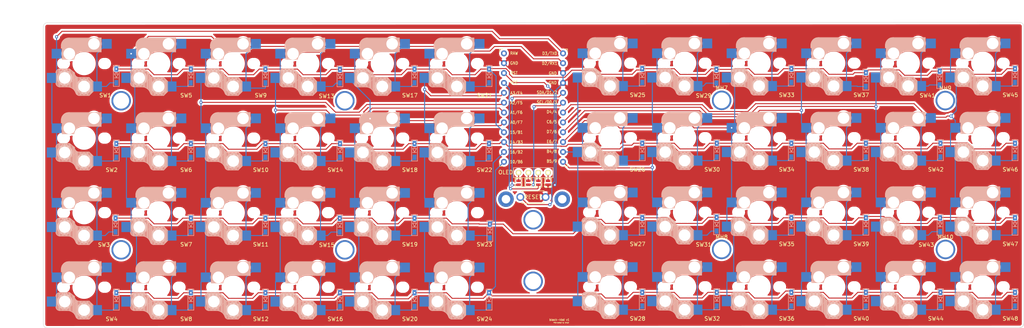
<source format=kicad_pcb>
(kicad_pcb (version 20211014) (generator pcbnew)
  (layers (0 "F.Cu" signal) (31 "B.Cu" signal) (34 "B.Paste" user) (35 "F.Paste" user) (36 "B.SilkS" user "B.Silkscreen") (37 "F.SilkS" user "F.Silkscreen") (38 "B.Mask" user) (39 "F.Mask" user) (44 "Edge.Cuts" user))
  (net 0 "")
  (net 1 "row0")
  (net 2 "Net-(D1-Pad1)")
  (net 3 "row1")
  (net 4 "Net-(D2-Pad1)")
  (net 5 "row2")
  (net 6 "Net-(D3-Pad1)")
  (net 7 "row3")
  (net 8 "Net-(D4-Pad1)")
  (net 9 "Net-(D5-Pad1)")
  (net 10 "Net-(D6-Pad1)")
  (net 11 "Net-(D7-Pad1)")
  (net 12 "Net-(D8-Pad1)")
  (net 13 "Net-(D9-Pad1)")
  (net 14 "Net-(D10-Pad1)")
  (net 15 "Net-(D11-Pad1)")
  (net 16 "Net-(D12-Pad1)")
  (net 17 "Net-(D13-Pad1)")
  (net 18 "Net-(D14-Pad1)")
  (net 19 "Net-(D15-Pad1)")
  (net 20 "Net-(D16-Pad1)")
  (net 21 "Net-(D17-Pad1)")
  (net 22 "Net-(D18-Pad1)")
  (net 23 "Net-(D19-Pad1)")
  (net 24 "Net-(D20-Pad1)")
  (net 25 "Net-(D21-Pad1)")
  (net 26 "Net-(D22-Pad1)")
  (net 27 "Net-(D23-Pad1)")
  (net 28 "Net-(D24-Pad1)")
  (net 29 "Net-(D25-Pad1)")
  (net 30 "Net-(D26-Pad1)")
  (net 31 "Net-(D27-Pad1)")
  (net 32 "Net-(D28-Pad1)")
  (net 33 "Net-(D29-Pad1)")
  (net 34 "Net-(D30-Pad1)")
  (net 35 "Net-(D31-Pad1)")
  (net 36 "Net-(D32-Pad1)")
  (net 37 "Net-(D33-Pad1)")
  (net 38 "Net-(D34-Pad1)")
  (net 39 "Net-(D35-Pad1)")
  (net 40 "Net-(D36-Pad1)")
  (net 41 "Net-(D37-Pad1)")
  (net 42 "Net-(D38-Pad1)")
  (net 43 "Net-(D39-Pad1)")
  (net 44 "Net-(D40-Pad1)")
  (net 45 "Net-(D41-Pad1)")
  (net 46 "Net-(D42-Pad1)")
  (net 47 "Net-(D43-Pad1)")
  (net 48 "Net-(D44-Pad1)")
  (net 49 "Net-(D45-Pad1)")
  (net 50 "Net-(D46-Pad1)")
  (net 51 "Net-(D47-Pad1)")
  (net 52 "Net-(D48-Pad1)")
  (net 53 "col0")
  (net 54 "col1")
  (net 55 "col2")
  (net 56 "col3")
  (net 57 "col4")
  (net 58 "col5")
  (net 59 "col6")
  (net 60 "col7")
  (net 61 "col8")
  (net 62 "col9")
  (net 63 "col10")
  (net 64 "col11")
  (net 65 "GND")
  (net 67 "Net-(J1-Pad1)")
  (net 68 "Net-(J1-Pad2)")
  (net 69 "Net-(J1-Pad3)")
  (net 70 "Net-(J1-Pad4)")
  (net 71 "VCC")
  (net 72 "SCL")
  (net 73 "SDA")
  (net 74 "reset")
  (footprint "kbd:LEGO_HOLE" (layer "F.Cu") (at 198.45 84.3)
    (fp_text reference "MH7")
    (fp_text value "M2")
  )
  (footprint "fp:CherryMX_Choc_Hotswap" (layer "F.Cu") (at 265.7 113.119)
    (fp_text reference "SW47")
    (fp_text value "SW_PUSH" hide)
  )
  (footprint "kbd:LEGO_HOLE" (layer "F.Cu") (at 256.05 84.35)
    (fp_text reference "MH9")
    (fp_text value "M2")
  )
  (footprint "fp:CherryMX_Choc_Hotswap" (layer "F.Cu") (at 91.85 74.819)
    (fp_text reference "SW13")
    (fp_text value "SW_PUSH" hide)
  )
  (footprint "fp:CherryMX_Choc_Hotswap" (layer "F.Cu") (at 208.1 132.319)
    (fp_text reference "SW36")
    (fp_text value "SW_PUSH" hide)
  )
  (footprint "kbd:LEGO_HOLE" (layer "F.Cu") (at 142.9 109.75)
    (fp_text reference "")
    (fp_text value "")
  )
  (footprint "fp:CherryMX_Choc_Hotswap" (layer "F.Cu") (at 53.45 113.219)
    (fp_text reference "SW7")
    (fp_text value "SW_PUSH" hide)
  )
  (footprint "fp:CherryMX_Choc_Hotswap" (layer "F.Cu") (at 169.7 74.719)
    (fp_text reference "SW25")
    (fp_text value "SW_PUSH" hide)
  )
  (footprint "kbd:Jumper" (layer "F.Cu") (at 148.65 105.519 90)
    (fp_text reference "JP3" hide)
    (fp_text value " ")
  )
  (footprint "fp:CherryMX_Choc_Hotswap" (layer "F.Cu") (at 53.45 132.419)
    (fp_text reference "SW8")
    (fp_text value "SW_PUSH" hide)
  )
  (footprint "fp:CherryMX_Choc_Hotswap" (layer "F.Cu") (at 53.45 74.819)
    (fp_text reference "SW5")
    (fp_text value "SW_PUSH" hide)
  )
  (footprint "kbd:Jumper" (layer "F.Cu") (at 146.15 105.51938 90)
    (fp_text reference "JP4" hide)
    (fp_text value " ")
  )
  (footprint "kbd:ResetSW_1side" (layer "F.Cu") (at 149.85 109.2 180)
    (fp_text reference "RSW1" hide)
    (fp_text value "SW_PUSH" hide)
  )
  (footprint "fp:CherryMX_Choc_Hotswap" (layer "F.Cu") (at 34.25 74.819)
    (fp_text reference "SW1")
    (fp_text value "SW_PUSH" hide)
  )
  (footprint "fp:CherryMX_Choc_Hotswap" (layer "F.Cu") (at 34.25 113.219)
    (fp_text reference "SW3")
    (fp_text value "SW_PUSH" hide)
  )
  (footprint "kbd:LEGO_HOLE" (layer "F.Cu") (at 256.1 122.7)
    (fp_text reference "MH10")
    (fp_text value "M2")
  )
  (footprint "fp:CherryMX_Choc_Hotswap" (layer "F.Cu") (at 169.7 132.319)
    (fp_text reference "SW28")
    (fp_text value "SW_PUSH" hide)
  )
  (footprint "fp:CherryMX_Choc_Hotswap" (layer "F.Cu") (at 246.5 74.719)
    (fp_text reference "SW41")
    (fp_text value "SW_PUSH" hide)
  )
  (footprint "kbd:LEGO_HOLE" (layer "F.Cu") (at 149.9 130.9)
    (fp_text reference "MH6" hide)
    (fp_text value "M2" hide)
  )
  (footprint "fp:CherryMX_Choc_Hotswap" (layer "F.Cu") (at 169.7 113.119)
    (fp_text reference "SW27")
    (fp_text value "SW_PUSH" hide)
  )
  (footprint "kbd:Jumper" (layer "F.Cu") (at 153.75 105.519 90)
    (fp_text reference "JP1" hide)
    (fp_text value " ")
  )
  (footprint "fp:CherryMX_Choc_Hotswap" (layer "F.Cu") (at 169.7 93.919)
    (fp_text reference "SW26")
    (fp_text value "SW_PUSH" hide)
  )
  (footprint "fp:CherryMX_Choc_Hotswap" (layer "F.Cu") (at 111.05 94.019)
    (fp_text reference "SW18")
    (fp_text value "SW_PUSH" hide)
  )
  (footprint "fp:CherryMX_Choc_Hotswap" (layer "F.Cu") (at 208.1 93.919)
    (fp_text reference "SW34")
    (fp_text value "SW_PUSH" hide)
  )
  (footprint "kbd:LEGO_HOLE" (layer "F.Cu") (at 43.8 84.4)
    (fp_text reference "MH1" hide)
    (fp_text value "M2" hide)
  )
  (footprint "kbd:ProMicro_v3" (layer "F.Cu") (at 149.990914 86.669271)
    (fp_text reference "U1" hide)
    (fp_text value "ProMicro" hide)
  )
  (footprint "fp:CherryMX_Choc_Hotswap" (layer "F.Cu") (at 34.25 132.419)
    (fp_text reference "SW4")
    (fp_text value "SW_PUSH" hide)
  )
  (footprint "fp:CherryMX_Choc_Hotswap" (layer "F.Cu") (at 130.25 132.419)
    (fp_text reference "SW24")
    (fp_text value "SW_PUSH" hide)
  )
  (footprint "fp:CherryMX_Choc_Hotswap" (layer "F.Cu") (at 227.3 93.919)
    (fp_text reference "SW38")
    (fp_text value "SW_PUSH" hide)
  )
  (footprint "fp:CherryMX_Choc_Hotswap" (layer "F.Cu") (at 72.65 113.219)
    (fp_text reference "SW11")
    (fp_text value "SW_PUSH" hide)
  )
  (footprint "kbd:LEGO_HOLE" (layer "F.Cu") (at 101.4 84.4)
    (fp_text reference "MH3" hide)
    (fp_text value "M2" hide)
  )
  (footprint "fp:CherryMX_Choc_Hotswap" (layer "F.Cu") (at 34.25 94.019)
    (fp_text reference "SW2")
    (fp_text value "SW_PUSH" hide)
  )
  (footprint "fp:CherryMX_Choc_Hotswap" (layer "F.Cu") (at 265.7 74.719)
    (fp_text reference "SW45")
    (fp_text value "SW_PUSH" hide)
  )
  (footprint "fp:CherryMX_Choc_Hotswap" (layer "F.Cu") (at 188.9 74.719)
    (fp_text reference "SW29")
    (fp_text value "SW_PUSH" hide)
  )
  (footprint "fp:CherryMX_Choc_Hotswap" (layer "F.Cu") (at 188.9 93.919)
    (fp_text reference "SW30")
    (fp_text value "SW_PUSH" hide)
  )
  (footprint "fp:CherryMX_Choc_Hotswap" (layer "F.Cu") (at 208.1 74.719)
    (fp_text reference "SW33")
    (fp_text value "SW_PUSH" hide)
  )
  (footprint "fp:CherryMX_Choc_Hotswap" (layer "F.Cu") (at 130.25 94.019)
    (fp_text reference "SW22")
    (fp_text value "SW_PUSH" hide)
  )
  (footprint "fp:CherryMX_Choc_Hotswap" (layer "F.Cu") (at 130.25 113.219)
    (fp_text reference "SW23")
    (fp_text value "SW_PUSH" hide)
  )
  (footprint "fp:CherryMX_Choc_Hotswap" (layer "F.Cu") (at 111.05 74.819)
    (fp_text reference "SW17")
    (fp_text value "SW_PUSH" hide)
  )
  (footprint "fp:CherryMX_Choc_Hotswap" (layer "F.Cu") (at 227.3 132.319)
    (fp_text reference "SW40")
    (fp_text value "SW_PUSH" hide)
  )
  (footprint "kbd:LEGO_HOLE" (layer "F.Cu") (at 101.4 122.8)
    (fp_text reference "MH4" hide)
    (fp_text value "M2" hide)
  )
  (footprint "fp:CherryMX_Choc_Hotswap" (layer "F.Cu") (at 72.65 94.019)
    (fp_text reference "SW10")
    (fp_text value "SW_PUSH" hide)
  )
  (footprint "kbd:OLED" (layer "F.Cu") (at 146.14 102.919)
    (fp_text reference "J1")
    (fp_text value "OLED" hide)
  )
  (footprint "kbd:LEGO_HOLE" (layer "F.Cu") (at 157.4 109.75)
    (fp_text reference "")
    (fp_text value "")
  )
  (footprint "kbd:LEGO_HOLE" (layer "F.Cu") (at 43.8 122.8)
    (fp_text reference "MH2" hide)
    (fp_text value "M2" hide)
  )
  (footprint "fp:CherryMX_Choc_Hotswap" (layer "F.Cu") (at 72.65 74.819)
    (fp_text reference "SW9")
    (fp_text value "SW_PUSH" hide)
  )
  (footprint "fp:CherryMX_Choc_Hotswap" (layer "F.Cu") (at 111.05 132.419)
    (fp_text reference "SW20")
    (fp_text value "SW_PUSH" hide)
  )
  (footprint "kbd:Jumper" (layer "F.Cu") (at 151.25 105.519 90)
    (fp_text reference "JP2" hide)
    (fp_text value " ")
  )
  (footprint "fp:CherryMX_Choc_Hotswap" (layer "F.Cu") (at 227.3 113.119)
    (fp_text reference "SW39")
    (fp_text value "SW_PUSH" hide)
  )
  (footprint "fp:CherryMX_Choc_Hotswap" (layer "F.Cu") (at 111.05 113.219)
    (fp_text reference "SW19")
    (fp_text value "SW_PUSH" hide)
  )
  (footprint "fp:CherryMX_Choc_Hotswap" (layer "F.Cu") (at 188.9 132.319)
    (fp_text reference "SW32")
    (fp_text value "SW_PUSH" hide)
  )
  (footprint "fp:CherryMX_Choc_Hotswap" (layer "F.Cu") (at 130.25 74.819)
    (fp_text reference "SW21")
    (fp_text value "SW_PUSH" hide)
  )
  (footprint "fp:CherryMX_Choc_Hotswap" (layer "F.Cu") (at 91.85 132.419)
    (fp_text reference "SW16")
    (fp_text value "SW_PUSH" hide)
  )
  (footprint "fp:CherryMX_Choc_Hotswap" (layer "F.Cu") (at 91.85 113.219)
    (fp_text reference "SW15")
    (fp_text value "SW_PUSH" hide)
  )
  (footprint "fp:CherryMX_Choc_Hotswap" (layer "F.Cu") (at 91.85 94.019)
    (fp_text reference "SW14")
    (fp_text value "SW_PUSH" hide)
  )
  (footprint "fp:CherryMX_Choc_Hotswap" (layer "F.Cu") (at 188.9 113.119)
    (fp_text reference "SW31")
    (fp_text value "SW_PUSH" hide)
  )
  (footprint "fp:CherryMX_Choc_Hotswap" (layer "F.Cu") (at 265.7 132.319)
    (fp_text reference "SW48")
    (fp_text value "SW_PUSH" hide)
  )
  (footprint "kbd:LEGO_HOLE" (layer "F.Cu") (at 198.45 122.7)
    (fp_text reference "MH8")
    (fp_text value "M2")
  )
  (footprint "fp:CherryMX_Choc_Hotswap" (layer "F.Cu") (at 265.7 93.919)
    (fp_text reference "SW46")
    (fp_text value "SW_PUSH" hide)
  )
  (footprint "fp:CherryMX_Choc_Hotswap" (layer "F.Cu") (at 246.5 93.919)
    (fp_text reference "SW42")
    (fp_text value "SW_PUSH" hide)
  )
  (footprint "fp:CherryMX_Choc_Hotswap" (layer "F.Cu") (at 227.3 74.719)
    (fp_text reference "SW37")
    (fp_text value "SW_PUSH" hide)
  )
  (footprint "fp:CherryMX_Choc_Hotswap" (layer "F.Cu") (at 246.5 113.119)
    (fp_text reference "SW43")
    (fp_text value "SW_PUSH" hide)
  )
  (footprint "fp:CherryMX_Choc_Hotswap" (layer "F.Cu") (at 208.1 113.119)
    (fp_text reference "SW35")
    (fp_text value "SW_PUSH" hide)
  )
  (footprint "fp:CherryMX_Choc_Hotswap" (layer "F.Cu") (at 246.5 132.319)
    (fp_text reference "SW44")
    (fp_text value "SW_PUSH" hide)
  )
  (footprint "fp:CherryMX_Choc_Hotswap" (layer "F.Cu") (at 53.45 94.019)
    (fp_text reference "SW6")
    (fp_text value "SW_PUSH" hide)
  )
  (footprint "fp:CherryMX_Choc_Hotswap" (layer "F.Cu") (at 72.65 132.419)
    (fp_text reference "SW12")
    (fp_text value "SW_PUSH" hide)
  )
  (footprint "kbd:LEGO_HOLE" (layer "F.Cu") (at 149.9 115.05)
    (fp_text reference "MH5" hide)
    (fp_text value "M2" hide)
  )
  (footprint "kbd:D3_SMD_v2" (layer "B.Cu") (at 42.55 78 90)
    (fp_text reference "D1" hide)
    (fp_text value "DIODE" hide)
  )
  (footprint "kbd:D3_SMD_v2" (layer "B.Cu") (at 61.75 78.019 90)
    (fp_text reference "D5" hide)
    (fp_text value "DIODE" hide)
  )
  (footprint "kbd:D3_SMD_v2" (layer "B.Cu") (at 80.95 97.219 90)
    (fp_text reference "D10" hide)
    (fp_text value "DIODE" hide)
  )
  (footprint "kbd:D3_SMD_v2" (layer "B.Cu") (at 42.35 116.4 90)
    (fp_text reference "D3" hide)
    (fp_text value "DIODE" hide)
  )
  (footprint "kbd:D3_SMD_v2" (layer "B.Cu") (at 80.95 78.019 90)
    (fp_text reference "D9" hide)
    (fp_text value "DIODE" hide)
  )
  (footprint "kbd:D3_SMD_v2" (layer "B.Cu") (at 235.6 135.519 90)
    (fp_text reference "D40" hide)
    (fp_text value "DIODE" hide)
  )
  (footprint "kbd:D3_SMD_v2" (layer "B.Cu") (at 80.95 135.619 90)
    (fp_text reference "D12" hide)
    (fp_text value "DIODE" hide)
  )
  (footprint "kbd:D3_SMD_v2" (layer "B.Cu") (at 80.95 116.419 90)
    (fp_text reference "D11" hide)
    (fp_text value "DIODE" hide)
  )
  (footprint "kbd:D3_SMD_v2" (layer "B.Cu") (at 119.35 116.419 90)
    (fp_text reference "D19" hide)
    (fp_text value "DIODE" hide)
  )
  (footprint "kbd:D3_SMD_v2" (layer "B.Cu") (at 197.15 116.2 90)
    (fp_text reference "D31" hide)
    (fp_text value "DIODE" hide)
  )
  (footprint "kbd:D3_SMD_v2" (layer "B.Cu") (at 274 97.119 90)
    (fp_text reference "D46" hide)
    (fp_text value "DIODE" hide)
  )
  (footprint "kbd:D3_SMD_v2" (layer "B.Cu") (at 100.1 116.45 90)
    (fp_text reference "D15" hide)
    (fp_text value "DIODE" hide)
  )
  (footprint "kbd:D3_SMD_v2" (layer "B.Cu") (at 42.55 135.619 90)
    (fp_text reference "D4" hide)
    (fp_text value "DIODE" hide)
  )
  (footprint "kbd:D3_SMD_v2" (layer "B.Cu") (at 274 77.919 90)
    (fp_text reference "D45" hide)
    (fp_text value "DIODE" hide)
  )
  (footprint "kbd:D3_SMD_v2" (layer "B.Cu") (at 235.6 116.319 90)
    (fp_text reference "D39" hide)
    (fp_text value "DIODE" hide)
  )
  (footprint "kbd:D3_SMD_v2" (layer "B.Cu") (at 42.55 97.219 90)
    (fp_text reference "D2" hide)
    (fp_text value "DIODE" hide)
  )
  (footprint "kbd:D3_SMD_v2" (layer "B.Cu") (at 138.55 78.019 90)
    (fp_text reference "D21" hide)
    (fp_text value "DIODE" hide)
  )
  (footprint "kbd:D3_SMD_v2" (layer "B.Cu") (at 197.2 135.519 90)
    (fp_text reference "D32" hide)
    (fp_text value "DIODE" hide)
  )
  (footprint "kbd:D3_SMD_v2" (layer "B.Cu") (at 197.1 78.1 90)
    (fp_text reference "D29" hide)
    (fp_text value "DIODE" hide)
  )
  (footprint "kbd:D3_SMD_v2" (layer "B.Cu") (at 61.75 97.219 90)
    (fp_text reference "D6" hide)
    (fp_text value "DIODE" hide)
  )
  (footprint "kbd:D3_SMD_v2" (layer "B.Cu") (at 216.4 135.519 90)
    (fp_text reference "D36" hide)
    (fp_text value "DIODE" hide)
  )
  (footprint "kbd:D3_SMD_v2" (layer "B.Cu") (at 178 77.919 90)
    (fp_text reference "D25" hide)
    (fp_text value "DIODE" hide)
  )
  (footprint "kbd:D3_SMD_v2" (layer "B.Cu") (at 235.6 97.119 90)
    (fp_text reference "D38" hide)
    (fp_text value "DIODE" hide)
  )
  (footprint "kbd:D3_SMD_v2" (layer "B.Cu") (at 274 135.519 90)
    (fp_text reference "D48" hide)
    (fp_text value "DIODE" hide)
  )
  (footprint "kbd:D3_SMD_v2" (layer "B.Cu") (at 138.75 117.95 90)
    (fp_text reference "D23" hide)
    (fp_text value "DIODE" hide)
  )
  (footprint "kbd:D3_SMD_v2" (layer "B.Cu") (at 178 97.119 90)
    (fp_text reference "D26" hide)
    (fp_text value "DIODE" hide)
  )
  (footprint "kbd:D3_SMD_v2" (layer "B.Cu") (at 254.6 78.55 90)
    (fp_text reference "D41" hide)
    (fp_text value "DIODE" hide)
  )
  (footprint "kbd:D3_SMD_v2" (layer "B.Cu") (at 61.75 135.619 90)
    (fp_text reference "D8" hide)
    (fp_text value "DIODE" hide)
  )
  (footprint "kbd:D3_SMD_v2" (layer "B.Cu") (at 119.35 78.019 90)
    (fp_text reference "D17" hide)
    (fp_text value "DIODE" hide)
  )
  (footprint "kbd:D3_SMD_v2" (layer "B.Cu") (at 119.35 97.219 90)
    (fp_text reference "D18" hide)
    (fp_text value "DIODE" hide)
  )
  (footprint "kbd:D3_SMD_v2" (layer "B.Cu") (at 235.6 78.95 90)
    (fp_text reference "D37" hide)
    (fp_text value "DIODE" hide)
  )
  (footprint "kbd:D3_SMD_v2" (layer "B.Cu") (at 178 116.319 90)
    (fp_text reference "D27" hide)
    (fp_text value "DIODE" hide)
  )
  (footprint "kbd:D3_SMD_v2" (layer "B.Cu") (at 61.75 116.419 90)
    (fp_text reference "D7" hide)
    (fp_text value "DIODE" hide)
  )
  (footprint "kbd:D3_SMD_v2" (layer "B.Cu") (at 254.7 116.35 90)
    (fp_text reference "D43" hide)
    (fp_text value "DIODE" hide)
  )
  (footprint "kbd:D3_SMD_v2" (layer "B.Cu") (at 254.8 135.519 90)
    (fp_text reference "D44" hide)
    (fp_text value "DIODE" hide)
  )
  (footprint "kbd:D3_SMD_v2" (layer "B.Cu") (at 216.4 97.119 90)
    (fp_text reference "D34" hide)
    (fp_text value "DIODE" hide)
  )
  (footprint "kbd:D3_SMD_v2" (layer "B.Cu") (at 100.15 78.1 90)
    (fp_text reference "D13" hide)
    (fp_text value "DIODE" hide)
  )
  (footprint "kbd:D3_SMD_v2" (layer "B.Cu") (at 138.55 97.219 90)
    (fp_text reference "D22" hide)
    (fp_text value "DIODE" hide)
  )
  (footprint "kbd:D3_SMD_v2" (layer "B.Cu") (at 100.15 97.219 90)
    (fp_text reference "D14" hide)
    (fp_text value "DIODE" hide)
  )
  (footprint "kbd:D3_SMD_v2" (layer "B.Cu") (at 254.8 97.119 90)
    (fp_text reference "D42" hide)
    (fp_text value "DIODE" hide)
  )
  (footprint "kbd:D3_SMD_v2" (layer "B.Cu") (at 216.4 77.919 90)
    (fp_text reference "D33" hide)
    (fp_text value "DIODE" hide)
  )
  (footprint "kbd:D3_SMD_v2" (layer "B.Cu") (at 216.4 116.319 90)
    (fp_text reference "D35" hide)
    (fp_text value "DIODE" hide)
  )
  (footprint "kbd:D3_SMD_v2" (layer "B.Cu") (at 178 135.519 90)
    (fp_text reference "D28" hide)
    (fp_text value "DIODE" hide)
  )
  (footprint "kbd:D3_SMD_v2" (layer "B.Cu") (at 274 116.319 90)
    (fp_text reference "D47" hide)
    (fp_text value "DIODE" hide)
  )
  (footprint "kbd:D3_SMD_v2" (layer "B.Cu") (at 100.15 135.619 90)
    (fp_text reference "D16" hide)
    (fp_text value "DIODE" hide)
  )
  (footprint "kbd:D3_SMD_v2" (layer "B.Cu") (at 119.35 135.619 90)
    (fp_text reference "D20" hide)
    (fp_text value "DIODE" hide)
  )
  (footprint "kbd:D3_SMD_v2" (layer "B.Cu") (at 197.2 97.119 90)
    (fp_text reference "D30" hide)
    (fp_text value "DIODE" hide)
  )
  (footprint "kbd:D3_SMD_v2" (layer "B.Cu") (at 138.55 135.619 90)
    (fp_text reference "D24" hide)
    (fp_text value "DIODE" hide)
  )
  (gr_arc (start 276.25 141.819) (mid 275.957107 142.526107) (end 275.25 142.819) (layer "Edge.Cuts") (width 0.15))
  (gr_line (start 23.75 65.319) (end 23.75 141.919) (layer "Edge.Cuts") (width 0.1))
  (gr_line (start 275.25 64.219) (end 24.75 64.319) (layer "Edge.Cuts") (width 0.1))
  (gr_line (start 24.75 142.919) (end 275.25 142.819) (layer "Edge.Cuts") (width 0.1))
  (gr_arc (start 23.75 65.319) (mid 24.042893 64.611893) (end 24.75 64.319) (layer "Edge.Cuts") (width 0.1))
  (gr_arc (start 275.25 64.219) (mid 275.957107 64.511893) (end 276.25 65.219) (layer "Edge.Cuts") (width 0.1))
  (gr_line (start 276.25 141.819) (end 276.25 65.219) (layer "Edge.Cuts") (width 0.1))
  (gr_arc (start 24.75 142.919) (mid 24.042893 142.626107) (end 23.75 141.919) (layer "Edge.Cuts") (width 0.1))
  (gr_text "block-kbd v1" (at 156.65 140.8) (layer "F.SilkS") (effects (font (size 0.5 0.5) (thickness 0.1))))
  (gr_text "PCB design by bncpr" (at 157.15 141.55) (layer "F.SilkS") (effects (font (size 0.25 0.25) (thickness 0.0625))))
  (segment (start 61.75 76.244) (end 65.606 76.244) (width 0.25) (layer "F.Cu") (net 1))
  (segment (start 201.894 76.144) (end 201.713 76.325) (width 0.25) (layer "F.Cu") (net 1))
  (segment (start 50.809134 76.244) (end 52.259135 77.694001) (width 0.25) (layer "F.Cu") (net 1))
  (segment (start 107.925001 77.694001) (end 115.955999 77.694001) (width 0.25) (layer "F.Cu") (net 1))
  (segment (start 79.356 76.244) (end 80.95 76.244) (width 0.25) (layer "F.Cu") (net 1))
  (segment (start 142.919 76.119) (end 138.675 76.119) (width 0.25) (layer "F.Cu") (net 1))
  (segment (start 158.052565 78.358271) (end 144.573771 78.358271) (width 0.25) (layer "F.Cu") (net 1))
  (segment (start 201.713 76.325) (end 197.1 76.325) (width 0.25) (layer "F.Cu") (net 1))
  (segment (start 176.525001 76.474999) (end 175.405999 77.594001) (width 0.25) (layer "F.Cu") (net 1))
  (segment (start 100.15 76.325) (end 106.556 76.325) (width 0.25) (layer "F.Cu") (net 1))
  (segment (start 143.8 77) (end 142.919 76.119) (width 0.25) (layer "F.Cu") (net 1))
  (segment (start 226.109135 77.594001) (end 224.659134 76.144) (width 0.25) (layer "F.Cu") (net 1))
  (segment (start 254.6 76.775) (end 252.525 76.775) (width 0.25) (layer "F.Cu") (net 1))
  (segment (start 115.955999 77.694001) (end 117.406 76.244) (width 0.25) (layer "F.Cu") (net 1))
  (segment (start 80.95 76.244) (end 85.394 76.244) (width 0.25) (layer "F.Cu") (net 1))
  (segment (start 274 76.144) (end 271.956 76.144) (width 0.25) (layer "F.Cu") (net 1))
  (segment (start 106.556 76.325) (end 107.925001 77.694001) (width 0.25) (layer "F.Cu") (net 1))
  (segment (start 206.909135 77.594001) (end 205.459134 76.144) (width 0.25) (layer "F.Cu") (net 1))
  (segment (start 97.9 76.325) (end 100.15 76.325) (width 0.25) (layer "F.Cu") (net 1))
  (segment (start 59.706 76.244) (end 61.75 76.244) (width 0.25) (layer "F.Cu") (net 1))
  (segment (start 159.866837 76.543999) (end 158.052565 78.358271) (width 0.25) (layer "F.Cu") (net 1))
  (segment (start 216.4 76.144) (end 214.406 76.144) (width 0.25) (layer "F.Cu") (net 1))
  (segment (start 85.394 76.244) (end 85.4 76.25) (width 0.25) (layer "F.Cu") (net 1))
  (segment (start 186.259134 76.144) (end 178 76.144) (width 0.25) (layer "F.Cu") (net 1))
  (segment (start 119.35 76.244) (end 127.609134 76.244) (width 0.25) (layer "F.Cu") (net 1))
  (segment (start 263.094001 77.594001) (end 261.717433 76.217433) (width 0.25) (layer "F.Cu") (net 1))
  (segment (start 244.165134 76.45) (end 236.325 76.45) (width 0.25) (layer "F.Cu") (net 1))
  (segment (start 195.725001 76.174999) (end 194.281 77.619) (width 0.25) (layer "F.Cu") (net 1))
  (segment (start 194.281 77.619) (end 187.734134 77.619) (width 0.25) (layer "F.Cu") (net 1))
  (segment (start 144.573771 78.358271) (end 143.8 77.5845) (width 0.25) (layer "F.Cu") (net 1))
  (segment (start 134.955999 77.694001) (end 136.406 76.244) (width 0.25) (layer "F.Cu") (net 1))
  (segment (start 58.255999 77.694001) (end 59.706 76.244) (width 0.25) (layer "F.Cu") (net 1))
  (segment (start 143.8 77.5845) (end 143.8 77) (width 0.25) (layer "F.Cu") (net 1))
  (segment (start 178 76.144) (end 177.669001 76.474999) (width 0.25) (layer "F.Cu") (net 1))
  (segment (start 129.059135 77.694001) (end 134.955999 77.694001) (width 0.25) (layer "F.Cu") (net 1))
  (segment (start 205.459134 76.144) (end 201.894 76.144) (width 0.25) (layer "F.Cu") (net 1))
  (segment (start 175.405999 77.594001) (end 166.526653 77.594001) (width 0.25) (layer "F.Cu") (net 1))
  (segment (start 197.1 76.325) (end 196.949999 76.174999) (width 0.25) (layer "F.Cu") (net 1))
  (segment (start 90.659135 77.694001) (end 96.530999 77.694001) (width 0.25) (layer "F.Cu") (net 1))
  (segment (start 85.4 76.25) (end 89.215134 76.25) (width 0.25) (layer "F.Cu") (net 1))
  (segment (start 224.659134 76.144) (end 216.4 76.144) (width 0.25) (layer "F.Cu") (net 1))
  (segment (start 255.157567 76.217433) (end 254.6 76.775) (width 0.25) (layer "F.Cu") (net 1))
  (segment (start 177.669001 76.474999) (end 176.525001 76.474999) (width 0.25) (layer "F.Cu") (net 1))
  (segment (start 166.526653 77.594001) (end 165.476651 76.543999) (width 0.25) (layer "F.Cu") (net 1))
  (segment (start 117.406 76.244) (end 119.35 76.244) (width 0.25) (layer "F.Cu") (net 1))
  (segment (start 42.55 76.225) (end 46.675 76.225) (width 0.25) (layer "F.Cu") (net 1))
  (segment (start 212.955999 77.594001) (end 206.909135 77.594001) (width 0.25) (layer "F.Cu") (net 1))
  (segment (start 261.717433 76.217433) (end 255.157567 76.217433) (width 0.25) (layer "F.Cu") (net 1))
  (segment (start 96.530999 77.694001) (end 97.9 76.325) (width 0.25) (layer "F.Cu") (net 1))
  (segment (start 89.215134 76.25) (end 90.659135 77.694001) (width 0.25) (layer "F.Cu") (net 1))
  (segment (start 187.734134 77.619) (end 186.259134 76.144) (width 0.25) (layer "F.Cu") (net 1))
  (segment (start 235.6 77.175) (end 232.675 77.175) (width 0.25) (layer "F.Cu") (net 1))
  (segment (start 69.965134 76.2) (end 71.459135 77.694001) (width 0.25) (layer "F.Cu") (net 1))
  (segment (start 270.505999 77.594001) (end 263.094001 77.594001) (width 0.25) (layer "F.Cu") (net 1))
  (segment (start 46.675 76.225) (end 46.694 76.244) (width 0.25) (layer "F.Cu") (net 1))
  (segment (start 77.905999 77.694001) (end 79.356 76.244) (width 0.25) (layer "F.Cu") (net 1))
  (segment (start 71.459135 77.694001) (end 77.905999 77.694001) (width 0.25) (layer "F.Cu") (net 1))
  (segment (start 165.476651 76.543999) (end 159.866837 76.543999) (width 0.25) (layer "F.Cu") (net 1))
  (segment (start 65.606 76.244) (end 65.65 76.2) (width 0.25) (layer "F.Cu") (net 1))
  (segment (start 252.525 76.775) (end 251.45 77.85) (width 0.25) (layer "F.Cu") (net 1))
  (segment (start 136.406 76.244) (end 138.55 76.244) (width 0.25) (layer "F.Cu") (net 1))
  (segment (start 52.259135 77.694001) (end 58.255999 77.694001) (width 0.25) (layer "F.Cu") (net 1))
  (segment (start 46.694 76.244) (end 50.809134 76.244) (width 0.25) (layer "F.Cu") (net 1))
  (segment (start 232.675 77.175) (end 232.255999 77.594001) (width 0.25) (layer "F.Cu") (net 1))
  (segment (start 65.65 76.2) (end 69.965134 76.2) (width 0.25) (layer "F.Cu") (net 1))
  (segment (start 214.406 76.144) (end 212.955999 77.594001) (width 0.25) (layer "F.Cu") (net 1))
  (segment (start 138.675 76.119) (end 138.55 76.244) (width 0.25) (layer "F.Cu") (net 1))
  (segment (start 236.325 76.45) (end 235.6 77.175) (width 0.25) (layer "F.Cu") (net 1))
  (segment (start 245.565134 77.85) (end 244.165134 76.45) (width 0.25) (layer "F.Cu") (net 1))
  (segment (start 232.255999 77.594001) (end 226.109135 77.594001) (width 0.25) (layer "F.Cu") (net 1))
  (segment (start 196.949999 76.174999) (end 195.725001 76.174999) (width 0.25) (layer "F.Cu") (net 1))
  (segment (start 251.45 77.85) (end 245.565134 77.85) (width 0.25) (layer "F.Cu") (net 1))
  (segment (start 271.956 76.144) (end 270.505999 77.594001) (width 0.25) (layer "F.Cu") (net 1))
  (segment (start 127.609134 76.244) (end 129.059135 77.694001) (width 0.25) (layer "F.Cu") (net 1))
  (via (at 100.15 76.325) (size 0.8) (drill 0.4) (layers "F.Cu" "B.Cu") (net 1))
  (via (at 254.6 76.775) (size 0.8) (drill 0.4) (layers "F.Cu" "B.Cu") (net 1))
  (via (at 119.35 76.244) (size 0.8) (drill 0.4) (layers "F.Cu" "B.Cu") (net 1))
  (via (at 235.6 77.175) (size 0.8) (drill 0.4) (layers "F.Cu" "B.Cu") (net 1))
  (via (at 80.95 76.244) (size 0.8) (drill 0.4) (layers "F.Cu" "B.Cu") (net 1))
  (via (at 42.55 76.225) (size 0.8) (drill 0.4) (layers "F.Cu" "B.Cu") (net 1))
  (via (at 178 76.144) (size 0.8) (drill 0.4) (layers "F.Cu" "B.Cu") (net 1))
  (via (at 197.1 76.325) (size 0.8) (drill 0.4) (layers "F.Cu" "B.Cu") (net 1))
  (via (at 138.55 76.244) (size 0.8) (drill 0.4) (layers "F.Cu" "B.Cu") (net 1))
  (via (at 216.4 76.144) (size 0.8) (drill 0.4) (layers "F.Cu" "B.Cu") (net 1))
  (via (at 61.75 76.244) (size 0.8) (drill 0.4) (layers "F.Cu" "B.Cu") (net 1))
  (via (at 274 76.144) (size 0.8) (drill 0.4) (layers "F.Cu" "B.Cu") (net 1))
  (segment (start 140.35 78.044) (end 140.35 90.478957) (width 0.25) (layer "B.Cu") (net 1))
  (segment (start 138.55 76.244) (end 140.35 78.044) (width 0.25) (layer "B.Cu") (net 1))
  (segment (start 140.35 90.478957) (end 142.382314 92.511271) (width 0.25) (layer "B.Cu") (net 1))
  (segment (start 39.981 80.719) (end 40.925 79.775) (width 0.25) (layer "B.Cu") (net 2))
  (segment (start 37.55 72.281) (end 37.55 80.719) (width 0.25) (layer "B.Cu") (net 2))
  (segment (start 37.55 80.719) (end 39.981 80.719) (width 0.25) (layer "B.Cu") (net 2))
  (segment (start 40.925 79.775) (end 42.55 79.775) (width 0.25) (layer "B.Cu") (net 2))
  (segment (start 40.092 69.739) (end 37.55 72.281) (width 0.25) (layer "B.Cu") (net 2))
  (segment (start 116.405999 96.894001) (end 107.876653 96.894001) (width 0.25) (layer "F.Cu") (net 3))
  (segment (start 61.75 95.444) (end 59.956 95.444) (width 0.25) (layer "F.Cu") (net 3))
  (segment (start 106.826651 95.843999) (end 100.549999 95.843999) (width 0.25) (layer "F.Cu") (net 3))
  (segment (start 226.109135 96.794001) (end 224.659134 95.344) (width 0.25) (layer "F.Cu") (net 3))
  (segment (start 243.859134 95.344) (end 235.6 95.344) (width 0.25) (layer "F.Cu") (net 3))
  (segment (start 245.309135 96.794001) (end 243.859134 95.344) (width 0.25) (layer "F.Cu") (net 3))
  (segment (start 157.113792 96.1) (end 143.431043 96.1) (width 0.25) (layer "F.Cu") (net 3))
  (segment (start 274 95.344) (end 271.706 95.344) (width 0.25) (layer "F.Cu") (net 3))
  (segment (start 141.648729 95.051271) (end 142.382314 95.051271) (width 0.25) (layer "F.Cu") (net 3))
  (segment (start 119.35 95.444) (end 117.856 95.444) (width 0.25) (layer "F.Cu") (net 3))
  (segment (start 127.076653 96.894001) (end 125.626652 95.444) (width 0.25) (layer "F.Cu") (net 3))
  (segment (start 206.909135 96.794001) (end 205.459134 95.344) (width 0.25) (layer "F.Cu") (net 3))
  (segment (start 173.15 95.85) (end 172.205999 96.794001) (width 0.25) (layer "F.Cu") (net 3))
  (segment (start 125.626652 95.444) (end 119.35 95.444) (width 0.25) (layer "F.Cu") (net 3))
  (segment (start 100.549999 95.843999) (end 100.15 95.444) (width 0.25) (layer "F.Cu") (net 3))
  (segment (start 158.910918 95.619) (end 158.391647 96.138271) (width 0.25) (layer "F.Cu") (net 3))
  (segment (start 252.856 95.344) (end 251.405999 96.794001) (width 0.25) (layer "F.Cu") (net 3))
  (segment (start 212.598834 96.794001) (end 206.909135 96.794001) (width 0.25) (layer "F.Cu") (net 3))
  (segment (start 205.459134 95.344) (end 197.2 95.344) (width 0.25) (layer "F.Cu") (net 3))
  (segment (start 254.899999 95.244001) (end 254.8 95.344) (width 0.25) (layer "F.Cu") (net 3))
  (segment (start 143.431043 96.1) (end 142.382314 95.051271) (width 0.25) (layer "F.Cu") (net 3))
  (segment (start 175.806 95.344) (end 175.3 95.85) (width 0.25) (layer "F.Cu") (net 3))
  (segment (start 224.659134 95.344) (end 216.4 95.344) (width 0.25) (layer "F.Cu") (net 3))
  (segment (start 195.356 95.344) (end 193.905999 96.794001) (width 0.25) (layer "F.Cu") (net 3))
  (segment (start 254.8 95.344) (end 252.856 95.344) (width 0.25) (layer "F.Cu") (net 3))
  (segment (start 270.255999 96.794001) (end 263.244001 96.794001) (width 0.25) (layer "F.Cu") (net 3))
  (segment (start 166.625001 96.794001) (end 165.45 95.619) (width 0.25) (layer "F.Cu") (net 3))
  (segment (start 214.048835 95.344) (end 212.598834 96.794001) (width 0.25) (layer "F.Cu") (net 3))
  (segment (start 107.876653 96.894001) (end 106.826651 95.843999) (width 0.25) (layer "F.Cu") (net 3))
  (segment (start 117.856 95.444) (end 116.405999 96.894001) (width 0.25) (layer "F.Cu") (net 3))
  (segment (start 187.709135 96.794001) (end 186.259134 95.344) (width 0.25) (layer "F.Cu") (net 3))
  (segment (start 136.606 95.444) (end 135.155999 96.894001) (width 0.25) (layer "F.Cu") (net 3))
  (segment (start 271.706 95.344) (end 270.255999 96.794001) (width 0.25) (layer "F.Cu") (net 3))
  (segment (start 251.405999 96.794001) (end 245.309135 96.794001) (width 0.25) (layer "F.Cu") (net 3))
  (segment (start 261.694001 95.244001) (end 254.899999 95.244001) (width 0.25) (layer "F.Cu") (net 3))
  (segment (start 96.555999 96.894001) (end 90.659135 96.894001) (width 0.25) (layer "F.Cu") (net 3))
  (segment (start 158.391647 96.138271) (end 157.152063 96.138271) (width 0.25) (layer "F.Cu") (net 3))
  (segment (start 216.4 95.344) (end 214.048835 95.344) (width 0.25) (layer "F.Cu") (net 3))
  (segment (start 80.206 95.444) (end 78.755999 96.894001) (width 0.25) (layer "F.Cu") (net 3))
  (segment (start 50.809134 95.444) (end 42.55 95.444) (width 0.25) (layer "F.Cu") (net 3))
  (segment (start 233.356 95.344) (end 231.905999 96.794001) (width 0.25) (layer "F.Cu") (net 3))
  (segment (start 186.259134 95.344) (end 178 95.344) (width 0.25) (layer "F.Cu") (net 3))
  (segment (start 52.259135 96.894001) (end 50.809134 95.444) (width 0.25) (layer "F.Cu") (net 3))
  (segment (start 58.505999 96.894001) (end 52.259135 96.894001) (width 0.25) (layer "F.Cu") (net 3))
  (segment (start 138.55 95.444) (end 141.256 95.444) (width 0.25) (layer "F.Cu") (net 3))
  (segment (start 59.956 95.444) (end 58.505999 96.894001) (width 0.25) (layer "F.Cu") (net 3))
  (segment (start 178 95.344) (end 175.806 95.344) (width 0.25) (layer "F.Cu") (net 3))
  (segment (start 235.6 95.344) (end 233.356 95.344) (width 0.25) (layer "F.Cu") (net 3))
  (segment (start 231.905999 96.794001) (end 226.109135 96.794001) (width 0.25) (layer "F.Cu") (net 3))
  (segment (start 138.55 95.444) (end 136.606 95.444) (width 0.25) (layer "F.Cu") (net 3))
  (segment (start 193.905999 96.794001) (end 187.709135 96.794001) (width 0.25) (layer "F.Cu") (net 3))
  (segment (start 197.2 95.344) (end 195.356 95.344) (width 0.25) (layer "F.Cu") (net 3))
  (segment (start 90.659135 96.894001) (end 89.209134 95.444) (width 0.25) (layer "F.Cu") (net 3))
  (segment (start 135.155999 96.894001) (end 127.076653 96.894001) (width 0.25) (layer "F.Cu") (net 3))
  (segment (start 157.152063 96.138271) (end 157.113792 96.1) (width 0.25) (layer "F.Cu") (net 3))
  (segment (start 141.256 95.444) (end 141.648729 95.051271) (width 0.25) (layer "F.Cu") (net 3))
  (segment (start 100.15 95.444) (end 98.006 95.444) (width 0.25) (layer "F.Cu") (net 3))
  (segment (start 98.006 95.444) (end 96.555999 96.894001) (width 0.25) (layer "F.Cu") (net 3))
  (segment (start 89.209134 95.444) (end 80.95 95.444) (width 0.25) (layer "F.Cu") (net 3))
  (segment (start 70.009134 95.444) (end 61.75 95.444) (width 0.25) (layer "F.Cu") (net 3))
  (segment (start 78.755999 96.894001) (end 71.459135 96.894001) (width 0.25) (layer "F.Cu") (net 3))
  (segment (start 80.95 95.444) (end 80.206 95.444) (width 0.25) (layer "F.Cu") (net 3))
  (segment (start 175.3 95.85) (end 173.15 95.85) (width 0.25) (layer "F.Cu") (net 3))
  (segment (start 165.45 95.619) (end 158.910918 95.619) (width 0.25) (layer "F.Cu") (net 3))
  (segment (start 71.459135 96.894001) (end 70.009134 95.444) (width 0.25) (layer "F.Cu") (net 3))
  (segment (start 263.244001 96.794001) (end 261.694001 95.244001) (width 0.25) (layer "F.Cu") (net 3))
  (segment (start 172.205999 96.794001) (end 166.625001 96.794001) (width 0.25) (layer "F.Cu") (net 3))
  (via (at 197.2 95.344) (size 0.8) (drill 0.4) (layers "F.Cu" "B.Cu") (net 3))
  (via (at 80.95 95.444) (size 0.8) (drill 0.4) (layers "F.Cu" "B.Cu") (net 3))
  (via (at 119.35 95.444) (size 0.8) (drill 0.4) (layers "F.Cu" "B.Cu") (net 3))
  (via (at 61.75 95.444) (size 0.8) (drill 0.4) (layers "F.Cu" "B.Cu") (net 3))
  (via (at 178 95.344) (size 0.8) (drill 0.4) (layers "F.Cu" "B.Cu") (net 3))
  (via (at 216.4 95.344) (size 0.8) (drill 0.4) (layers "F.Cu" "B.Cu") (net 3))
  (via (at 100.15 95.444) (size 0.8) (drill 0.4) (layers "F.Cu" "B.Cu") (net 3))
  (via (at 138.55 95.444) (size 0.8) (drill 0.4) (layers "F.Cu" "B.Cu") (net 3))
  (via (at 274 95.344) (size 0.8) (drill 0.4) (layers "F.Cu" "B.Cu") (net 3))
  (via (at 235.6 95.344) (size 0.8) (drill 0.4) (layers "F.Cu" "B.Cu") (net 3))
  (via (at 254.8 95.344) (size 0.8) (drill 0.4) (layers "F.Cu" "B.Cu") (net 3))
  (via (at 42.55 95.444) (size 0.8) (drill 0.4) (layers "F.Cu" "B.Cu") (net 3))
  (segment (start 37.55 99.919) (end 41.625 99.919) (width 0.25) (layer "B.Cu") (net 4))
  (segment (start 40.092 88.939) (end 37.55 91.481) (width 0.25) (layer "B.Cu") (net 4))
  (segment (start 37.55 91.481) (end 37.55 99.919) (width 0.25) (layer "B.Cu") (net 4))
  (segment (start 41.625 99.919) (end 42.55 98.994) (width 0.25) (layer "B.Cu") (net 4))
  (segment (start 212.905999 115.994001) (end 214.356 114.544) (width 0.25) (layer "F.Cu") (net 5))
  (segment (start 115.105999 116.094001) (end 109.859135 116.094001) (width 0.25) (layer "F.Cu") (net 5))
  (segment (start 89.209134 114.644) (end 82.656 114.644) (width 0.25) (layer "F.Cu") (net 5))
  (segment (start 197.15 114.425) (end 202.032165 114.425) (width 0.25) (layer "F.Cu") (net 5))
  (segment (start 241.968834 114.444001) (end 243.543833 116.019) (width 0.25) (layer "F.Cu") (net 5))
  (segment (start 100.1 114.675) (end 99.525 114.675) (width 0.25) (layer "F.Cu") (net 5))
  (segment (start 197.15 114.425) (end 194.967835 114.425) (width 0.25) (layer "F.Cu") (net 5))
  (segment (start 82.656 114.644) (end 82.65 114.65) (width 0.25) (layer "F.Cu") (net 5))
  (segment (start 185.918834 115.994001) (end 184.368834 114.444001) (width 0.25) (layer "F.Cu") (net 5))
  (segment (start 127.609134 114.644) (end 119.35 114.644) (width 0.25) (layer "F.Cu") (net 5))
  (segment (start 235.6 114.544) (end 235.944 114.2) (width 0.25) (layer "F.Cu") (net 5))
  (segment (start 232.255999 115.994001) (end 233.706 114.544) (width 0.25) (layer "F.Cu") (net 5))
  (segment (start 194.967835 114.425) (end 193.398834 115.994001) (width 0.25) (layer "F.Cu") (net 5))
  (segment (start 261.168834 114.444001) (end 262.718834 115.994001) (width 0.25) (layer "F.Cu") (net 5))
  (segment (start 108.409134 114.644) (end 100.131 114.644) (width 0.25) (layer "F.Cu") (net 5))
  (segment (start 262.718834 115.994001) (end 270.198834 115.994001) (width 0.25) (layer "F.Cu") (net 5))
  (segment (start 254.830999 114.444001) (end 261.168834 114.444001) (width 0.25) (layer "F.Cu") (net 5))
  (segment (start 80.95 114.644) (end 79.106 114.644) (width 0.25) (layer "F.Cu") (net 5))
  (segment (start 59.656 114.644) (end 58.205999 116.094001) (width 0.25) (layer "F.Cu") (net 5))
  (segment (start 214.356 114.544) (end 216.4 114.544) (width 0.25) (layer "F.Cu") (net 5))
  (segment (start 82.65 114.65) (end 80.956 114.65) (width 0.25) (layer "F.Cu") (net 5))
  (segment (start 174.355999 115.994001) (end 168.509135 115.994001) (width 0.25) (layer "F.Cu") (net 5))
  (segment (start 271.648835 114.544) (end 274 114.544) (width 0.25) (layer "F.Cu") (net 5))
  (segment (start 163.923349 114.943999) (end 160.217348 118.65) (width 0.25) (layer "F.Cu") (net 5))
  (segment (start 144.7 118.65) (end 142.225 116.175) (width 0.25) (layer "F.Cu") (net 5))
  (segment (start 233.706 114.544) (end 235.6 114.544) (width 0.25) (layer "F.Cu") (net 5))
  (segment (start 98.105999 116.094001) (end 90.659135 116.094001) (width 0.25) (layer "F.Cu") (net 5))
  (segment (start 226.109135 115.994001) (end 232.255999 115.994001) (width 0.25) (layer "F.Cu") (net 5))
  (segment (start 61.75 114.644) (end 59.656 114.644) (width 0.25) (layer "F.Cu") (net 5))
  (segment (start 119.35 114.644) (end 116.556 114.644) (width 0.25) (layer "F.Cu") (net 5))
  (segment (start 175.806 114.544) (end 174.355999 115.994001) (width 0.25) (layer "F.Cu") (net 5))
  (segment (start 135.955999 116.094001) (end 129.059135 116.094001) (width 0.25) (layer "F.Cu") (net 5))
  (segment (start 80.956 114.65) (end 80.95 114.644) (width 0.25) (layer "F.Cu") (net 5))
  (segment (start 100.131 114.644) (end 100.1 114.675) (width 0.25) (layer "F.Cu") (net 5))
  (segment (start 168.509135 115.994001) (end 167.459133 114.943999) (width 0.25) (layer "F.Cu") (net 5))
  (segment (start 46.625 114.625) (end 42.35 114.625) (width 0.25) (layer "F.Cu") (net 5))
  (segment (start 142.225 116.175) (end 138.75 116.175) (width 0.25) (layer "F.Cu") (net 5))
  (segment (start 202.051166 114.444001) (end 203.568834 114.444001) (width 0.25) (layer "F.Cu") (net 5))
  (segment (start 79.106 114.644) (end 77.655999 116.094001) (width 0.25) (layer "F.Cu") (net 5))
  (segment (start 167.459133 114.943999) (end 163.923349 114.943999) (width 0.25) (layer "F.Cu") (net 5))
  (segment (start 224.659134 114.544) (end 226.109135 115.994001) (width 0.25) (layer "F.Cu") (net 5))
  (segment (start 58.205999 116.094001) (end 52.259135 116.094001) (width 0.25) (layer "F.Cu") (net 5))
  (segment (start 138.75 116.175) (end 136.036998 116.175) (width 0.25) (layer "F.Cu") (net 5))
  (segment (start 252.85 114.575) (end 254.7 114.575) (width 0.25) (layer "F.Cu") (net 5))
  (segment (start 90.659135 116.094001) (end 89.209134 114.644) (width 0.25) (layer "F.Cu") (net 5))
  (segment (start 129.059135 116.094001) (end 127.609134 114.644) (width 0.25) (layer "F.Cu") (net 5))
  (segment (start 116.556 114.644) (end 115.105999 116.094001) (width 0.25) (layer "F.Cu") (net 5))
  (segment (start 77.655999 116.094001) (end 71.459135 116.094001) (width 0.25) (layer "F.Cu") (net 5))
  (segment (start 240.451166 114.444001) (end 241.968834 114.444001) (width 0.25) (layer "F.Cu") (net 5))
  (segment (start 182.751167 114.544) (end 175.806 114.544) (width 0.25) (layer "F.Cu") (net 5))
  (segment (start 235.944 114.2) (end 240.207165 114.2) (width 0.25) (layer "F.Cu") (net 5))
  (segment (start 52.259135 116.094001) (end 50.809134 114.644) (width 0.25) (layer "F.Cu") (net 5))
  (segment (start 184.368834 114.444001) (end 182.851166 114.444001) (width 0.25) (layer "F.Cu") (net 5))
  (segment (start 160.217348 118.65) (end 144.7 118.65) (width 0.25) (layer "F.Cu") (net 5))
  (segment (start 203.568834 114.444001) (end 205.118834 115.994001) (width 0.25) (layer "F.Cu") (net 5))
  (segment (start 216.4 114.544) (end 224.659134 114.544) (width 0.25) (layer "F.Cu") (net 5))
  (segment (start 193.398834 115.994001) (end 185.918834 115.994001) (width 0.25) (layer "F.Cu") (net 5))
  (segment (start 270.198834 115.994001) (end 271.648835 114.544) (width 0.25) (layer "F.Cu") (net 5))
  (segment (start 205.118834 115.994001) (end 212.905999 115.994001) (width 0.25) (layer "F.Cu") (net 5))
  (segment (start 243.543833 116.019) (end 251.406 116.019) (width 0.25) (layer "F.Cu") (net 5))
  (segment (start 99.525 114.675) (end 98.105999 116.094001) (width 0.25) (layer "F.Cu") (net 5))
  (segment (start 71.459135 116.094001) (end 70.009134 114.644) (width 0.25) (layer "F.Cu") (net 5))
  (segment (start 70.009134 114.644) (end 61.75 114.644) (width 0.25) (layer "F.Cu") (net 5))
  (segment (start 50.809134 114.644) (end 46.644 114.644) (width 0.25) (layer "F.Cu") (net 5))
  (segment (start 182.851166 114.444001) (end 182.751167 114.544) (width 0.25) (layer "F.Cu") (net 5))
  (segment (start 109.859135 116.094001) (end 108.409134 114.644) (width 0.25) (layer "F.Cu") (net 5))
  (segment (start 240.207165 114.2) (end 240.451166 114.444001) (width 0.25) (layer "F.Cu") (net 5))
  (segment (start 251.406 116.019) (end 252.85 114.575) (width 0.25) (layer "F.Cu") (net 5))
  (segment (start 202.032165 114.425) (end 202.051166 114.444001) (width 0.25) (layer "F.Cu") (net 5))
  (segment (start 46.644 114.644) (end 46.625 114.625) (width 0.25) (layer "F.Cu") (net 5))
  (segment (start 136.036998 116.175) (end 135.955999 116.094001) (width 0.25) (layer "F.Cu") (net 5))
  (segment (start 254.7 114.575) (end 254.830999 114.444001) (width 0.25) (layer "F.Cu") (net 5))
  (via (at 61.75 114.644) (size 0.8) (drill 0.4) (layers "F.Cu" "B.Cu") (net 5))
  (via (at 274 114.544) (size 0.8) (drill 0.4) (layers "F.Cu" "B.Cu") (net 5))
  (via (at 42.35 114.625) (size 0.8) (drill 0.4) (layers "F.Cu" "B.Cu") (net 5))
  (via (at 216.4 114.544) (size 0.8) (drill 0.4) (layers "F.Cu" "B.Cu") (net 5))
  (via (at 235.6 114.544) (size 0.8) (drill 0.4) (layers "F.Cu" "B.Cu") (net 5))
  (via (at 197.15 114.425) (size 0.8) (drill 0.4) (layers "F.Cu" "B.Cu") (net 5))
  (via (at 119.35 114.644) (size 0.8) (drill 0.4) (layers "F.Cu" "B.Cu") (net 5))
  (via (at 100.1 114.675) (size 0.8) (drill 0.4) (layers "F.Cu" "B.Cu") (net 5))
  (via (at 178 114.544) (size 0.8) (drill 0.4) (layers "F.Cu" "B.Cu") (net 5))
  (via (at 80.95 114.644) (size 0.8) (drill 0.4) (layers "F.Cu" "B.Cu") (net 5))
  (via (at 254.7 114.575) (size 0.8) (drill 0.4) (layers "F.Cu" "B.Cu") (net 5))
  (via (at 138.75 116.175) (size 0.8) (drill 0.4) (layers "F.Cu" "B.Cu") (net 5))
  (segment (start 139.6 100.373585) (end 142.382314 97.591271) (width 0.25) (layer "B.Cu") (net 5))
  (segment (start 138.75 116.175) (end 139.6 115.325) (width 0.25) (layer "B.Cu") (net 5))
  (segment (start 139.6 115.325) (end 139.6 100.373585) (width 0.25) (layer "B.Cu") (net 5))
  (segment (start 37.55 119.119) (end 39.681 119.119) (width 0.25) (layer "B.Cu") (net 6))
  (segment (start 40.092 108.139) (end 37.55 110.681) (width 0.25) (layer "B.Cu") (net 6))
  (segment (start 37.55 110.681) (end 37.55 119.119) (width 0.25) (layer "B.Cu") (net 6))
  (segment (start 39.681 119.119) (end 40.625 118.175) (width 0.25) (layer "B.Cu") (net 6))
  (segment (start 40.625 118.175) (end 42.35 118.175) (width 0.25) (layer "B.Cu") (net 6))
  (segment (start 274 133.744) (end 272.006 133.744) (width 0.25) (layer "F.Cu") (net 7))
  (segment (start 98.699999 135.294001) (end 90.659135 135.294001) (width 0.25) (layer "F.Cu") (net 7))
  (segment (start 224.659134 133.744) (end 216.4 133.744) (width 0.25) (layer "F.Cu") (net 7))
  (segment (start 61.75 133.844) (end 59.906 133.844) (width 0.25) (layer "F.Cu") (net 7))
  (segment (start 206.934134 135.219) (end 205.459134 133.744) (width 0.25) (layer "F.Cu") (net 7))
  (segment (start 213.131 135.219) (end 206.934134 135.219) (width 0.25) (layer "F.Cu") (net 7))
  (segment (start 272.006 133.744) (end 270.555999 135.194001) (width 0.25) (layer "F.Cu") (net 7))
  (segment (start 194.906 133.744) (end 193.455999 135.194001) (width 0.25) (layer "F.Cu") (net 7))
  (segment (start 137.099999 135.294001) (end 129.059135 135.294001) (width 0.25) (layer "F.Cu") (net 7))
  (segment (start 89.209134 133.844) (end 80.95 133.844) (width 0.25) (layer "F.Cu") (net 7))
  (segment (start 226.134134 135.219) (end 224.659134 133.744) (width 0.25) (layer "F.Cu") (net 7))
  (segment (start 129.059135 135.294001) (end 127.609134 133.844) (width 0.25) (layer "F.Cu") (net 7))
  (segment (start 138.55 133.844) (end 137.099999 135.294001) (width 0.25) (layer "F.Cu") (net 7))
  (segment (start 174.205999 135.194001) (end 168.509135 135.194001) (width 0.25) (layer "F.Cu") (net 7))
  (segment (start 216.4 133.744) (end 216.056 133.4) (width 0.25) (layer "F.Cu") (net 7))
  (segment (start 59.906 133.844) (end 58.455999 135.294001) (width 0.25) (layer "F.Cu") (net 7))
  (segment (start 71.459135 135.294001) (end 70.009134 133.844) (width 0.25) (layer "F.Cu") (net 7))
  (segment (start 47.2 133.8) (end 42.594 133.8) (width 0.25) (layer "F.Cu") (net 7))
  (segment (start 119.35 133.844) (end 117.794 135.4) (width 0.25) (layer "F.Cu") (net 7))
  (segment (start 163.923349 134.143999) (end 163.417348 134.65) (width 0.25) (layer "F.Cu") (net 7))
  (segment (start 117.794 135.4) (end 109.965134 135.4) (width 0.25) (layer "F.Cu") (net 7))
  (segment (start 100.15 133.844) (end 98.699999 135.294001) (width 0.25) (layer "F.Cu") (net 7))
  (segment (start 193.455999 135.194001) (end 187.709135 135.194001) (width 0.25) (layer "F.Cu") (net 7))
  (segment (start 187.709135 135.194001) (end 186.259134 133.744) (width 0.25) (layer "F.Cu") (net 7))
  (segment (start 270.555999 135.194001) (end 264.509135 135.194001) (width 0.25) (layer "F.Cu") (net 7))
  (segment (start 205.459134 133.744) (end 197.2 133.744) (width 0.25) (layer "F.Cu") (net 7))
  (segment (start 58.455999 135.294001) (end 52.259135 135.294001) (width 0.25) (layer "F.Cu") (net 7))
  (segment (start 264.509135 135.194001) (end 263.059134 133.744) (width 0.25) (layer "F.Cu") (net 7))
  (segment (start 245.309135 135.194001) (end 243.859134 133.744) (width 0.25) (layer "F.Cu") (net 7))
  (segment (start 251.305999 135.194001) (end 245.309135 135.194001) (width 0.25) (layer "F.Cu") (net 7))
  (segment (start 254.8 133.744) (end 252.756 133.744) (width 0.25) (layer "F.Cu") (net 7))
  (segment (start 168.509135 135.194001) (end 167.459133 134.143999) (width 0.25) (layer "F.Cu") (net 7))
  (segment (start 139.356 134.65) (end 138.55 133.844) (width 0.25) (layer "F.Cu") (net 7))
  (segment (start 197.2 133.744) (end 194.906 133.744) (width 0.25) (layer "F.Cu") (net 7))
  (segment (start 52.259135 135.294001) (end 50.809134 133.844) (width 0.25) (layer "F.Cu") (net 7))
  (segment (start 90.659135 135.294001) (end 89.209134 133.844) (width 0.25) (layer "F.Cu") (net 7))
  (segment (start 127.609134 133.844) (end 119.35 133.844) (width 0.25) (layer "F.Cu") (net 7))
  (segment (start 175.656 133.744) (end 174.205999 135.194001) (width 0.25) (layer "F.Cu") (net 7))
  (segment (start 47.244 133.844) (end 47.2 133.8) (width 0.25) (layer "F.Cu") (net 7))
  (segment (start 108.409134 133.844) (end 100.15 133.844) (width 0.25) (layer "F.Cu") (net 7))
  (segment (start 252.756 133.744) (end 251.305999 135.194001) (width 0.25) (layer "F.Cu") (net 7))
  (segment (start 235.6 133.744) (end 233.506 133.744) (width 0.25) (layer "F.Cu") (net 7))
  (segment (start 109.965134 135.4) (end 108.409134 133.844) (width 0.25) (layer "F.Cu") (net 7))
  (segment (start 79.106 133.844) (end 77.655999 135.294001) (width 0.25) (layer "F.Cu") (net 7))
  (segment (start 232.031 135.219) (end 226.134134 135.219) (width 0.25) (layer "F.Cu") (net 7))
  (segment (start 77.655999 135.294001) (end 71.459135 135.294001) (width 0.25) (layer "F.Cu") (net 7))
  (segment (start 70.009134 133.844) (end 61.75 133.844) (width 0.25) (layer "F.Cu") (net 7))
  (segment (start 216.056 133.4) (end 214.95 133.4) (width 0.25) (layer "F.Cu") (net 7))
  (segment (start 243.859134 133.744) (end 235.6 133.744) (width 0.25) (layer "F.Cu") (net 7))
  (segment (start 186.259134 133.744) (end 178 133.744) (width 0.25) (layer "F.Cu") (net 7))
  (segment (start 42.594 133.8) (end 42.55 133.844) (width 0.25) (layer "F.Cu") (net 7))
  (segment (start 214.95 133.4) (end 213.131 135.219) (width 0.25) (layer "F.Cu") (net 7))
  (segment (start 263.059134 133.744) (end 254.8 133.744) (width 0.25) (layer "F.Cu") (net 7))
  (segment (start 233.506 133.744) (end 232.031 135.219) (width 0.25) (layer "F.Cu") (net 7))
  (segment (start 178 133.744) (end 175.656 133.744) (width 0.25) (layer "F.Cu") (net 7))
  (segment (start 163.417348 134.65) (end 139.356 134.65) (width 0.25) (layer "F.Cu") (net 7))
  (segment (start 50.809134 133.844) (end 47.244 133.844) (width 0.25) (layer "F.Cu") (net 7))
  (segment (start 167.459133 134.143999) (end 163.923349 134.143999) (width 0.25) (layer "F.Cu") (net 7))
  (segment (start 80.95 133.844) (end 79.106 133.844) (width 0.25) (layer "F.Cu") (net 7))
  (via (at 254.8 133.744) (size 0.8) (drill 0.4) (layers "F.Cu" "B.Cu") (net 7))
  (via (at 61.75 133.844) (size 0.8) (drill 0.4) (layers "F.Cu" "B.Cu") (net 7))
  (via (at 178 133.744) (size 0.8) (drill 0.4) (layers "F.Cu" "B.Cu") (net 7))
  (via (at 138.55 133.844) (size 0.8) (drill 0.4) (layers "F.Cu" "B.Cu") (net 7))
  (via (at 42.55 133.844) (size 0.8) (drill 0.4) (layers "F.Cu" "B.Cu") (net 7))
  (via (at 235.6 133.744) (size 0.8) (drill 0.4) (layers "F.Cu" "B.Cu") (net 7))
  (via (at 119.35 133.844) (size 0.8) (drill 0.4) (layers "F.Cu" "B.Cu") (net 7))
  (via (at 197.2 133.744) (size 0.8) (drill 0.4) (layers "F.Cu" "B.Cu") (net 7))
  (via (at 274 133.744) (size 0.8) (drill 0.4) (layers "F.Cu" "B.Cu") (net 7))
  (via (at 80.95 133.844) (size 0.8) (drill 0.4) (layers "F.Cu" "B.Cu") (net 7))
  (via (at 100.15 133.844) (size 0.8) (drill 0.4) (layers "F.Cu" "B.Cu") (net 7))
  (via (at 216.4 133.744) (size 0.8) (drill 0.4) (layers "F.Cu" "B.Cu") (net 7))
  (segment (start 140.181 132.213) (end 140.181 102.332585) (width 0.25) (layer "B.Cu") (net 7))
  (segment (start 140.181 102.332585) (end 142.382314 100.131271) (width 0.25) (layer "B.Cu") (net 7))
  (segment (start 138.55 133.844) (end 140.181 132.213) (width 0.25) (layer "B.Cu") (net 7))
  (segment (start 37.55 129.881) (end 37.55 138.319) (width 0.25) (layer "B.Cu") (net 8))
  (segment (start 37.55 138.319) (end 41.625 138.319) (width 0.25) (layer "B.Cu") (net 8))
  (segment (start 41.625 138.319) (end 42.55 137.394) (width 0.25) (layer "B.Cu") (net 8))
  (segment (start 40.092 127.339) (end 37.55 129.881) (width 0.25) (layer "B.Cu") (net 8))
  (segment (start 60.844 80.7) (end 61.75 79.794) (width 0.25) (layer "B.Cu") (net 9))
  (segment (start 56.75 72.281) (end 56.75 80.719) (width 0.25) (layer "B.Cu") (net 9))
  (segment (start 59.292 69.739) (end 56.75 72.281) (width 0.25) (layer "B.Cu") (net 9))
  (segment (start 58.931 80.719) (end 58.95 80.7) (width 0.25) (layer "B.Cu") (net 9))
  (segment (start 58.95 80.7) (end 60.844 80.7) (width 0.25) (layer "B.Cu") (net 9))
  (segment (start 56.75 80.719) (end 58.931 80.719) (width 0.25) (layer "B.Cu") (net 9))
  (segment (start 59.292 88.939) (end 59.267 88.939) (width 0.25) (layer "B.Cu") (net 10))
  (segment (start 59.267 88.939) (end 56.75 91.456) (width 0.25) (layer "B.Cu") (net 10))
  (segment (start 56.75 91.456) (end 56.75 99.919) (width 0.25) (layer "B.Cu") (net 10))
  (segment (start 60.825 99.919) (end 61.75 98.994) (width 0.25) (layer "B.Cu") (net 10))
  (segment (start 56.75 99.919) (end 60.825 99.919) (width 0.25) (layer "B.Cu") (net 10))
  (segment (start 56.75 119.119) (end 60.825 119.119) (width 0.25) (layer "B.Cu") (net 11))
  (segment (start 56.75 119.119) (end 56.75 110.681) (width 0.25) (layer "B.Cu") (net 11))
  (segment (start 56.75 110.681) (end 59.292 108.139) (width 0.25) (layer "B.Cu") (net 11))
  (segment (start 60.825 119.119) (end 61.75 118.194) (width 0.25) (layer "B.Cu") (net 11))
  (segment (start 56.75 138.319) (end 56.75 129.881) (width 0.25) (layer "B.Cu") (net 12))
  (segment (start 56.75 129.881) (end 59.292 127.339) (width 0.25) (layer "B.Cu") (net 12))
  (segment (start 56.75 138.319) (end 60.825 138.319) (width 0.25) (layer "B.Cu") (net 12))
  (segment (start 60.825 138.319) (end 61.75 137.394) (width 0.25) (layer "B.Cu") (net 12))
  (segment (start 80.95 81.019) (end 80.95 79.794) (width 0.25) (layer "B.Cu") (net 13))
  (segment (start 75.95 72.281) (end 75.95 80.719) (width 0.25) (layer "B.Cu") (net 13))
  (segment (start 78.492 69.739) (end 75.95 72.281) (width 0.25) (layer "B.Cu") (net 13))
  (segment (start 76.381 81.15) (end 80.819 81.15) (width 0.25) (layer "B.Cu") (net 13))
  (segment (start 75.95 80.719) (end 76.381 81.15) (width 0.25) (layer "B.Cu") (net 13))
  (segment (start 80.819 81.15) (end 80.95 81.019) (width 0.25) (layer "B.Cu") (net 13))
  (segment (start 75.95 99.919) (end 80.025 99.919) (width 0.25) (layer "B.Cu") (net 14))
  (segment (start 78.492 88.939) (end 75.95 91.481) (width 0.25) (layer "B.Cu") (net 14))
  (segment (start 75.95 91.481) (end 75.95 99.919) (width 0.25) (layer "B.Cu") (net 14))
  (segment (start 80.025 99.919) (end 80.95 98.994) (width 0.25) (layer "B.Cu") (net 14))
  (segment (start 75.95 119.119) (end 80.025 119.119) (width 0.25) (layer "B.Cu") (net 15))
  (segment (start 78.492 108.139) (end 75.95 110.681) (width 0.25) (layer "B.Cu") (net 15))
  (segment (start 75.95 110.681) (end 75.95 119.119) (width 0.25) (layer "B.Cu") (net 15))
  (segment (start 80.025 119.119) (end 80.95 118.194) (width 0.25) (layer "B.Cu") (net 15))
  (segment (start 75.95 129.881) (end 75.95 138.319) (width 0.25) (layer "B.Cu") (net 16))
  (segment (start 75.95 138.319) (end 80.025 138.319) (width 0.25) (layer "B.Cu") (net 16))
  (segment (start 78.492 127.339) (end 75.95 129.881) (width 0.25) (layer "B.Cu") (net 16))
  (segment (start 80.025 138.319) (end 80.95 137.394) (width 0.25) (layer "B.Cu") (net 16))
  (segment (start 98.281 80.719) (end 99.125 79.875) (width 0.25) (layer "B.Cu") (net 17))
  (segment (start 99.125 79.875) (end 100.15 79.875) (width 0.25) (layer "B.Cu") (net 17))
  (segment (start 95.15 72.281) (end 95.15 80.719) (width 0.25) (layer "B.Cu") (net 17))
  (segment (start 95.15 80.719) (end 98.281 80.719) (width 0.25) (layer "B.Cu") (net 17))
  (segment (start 97.692 69.739) (end 95.15 72.281) (width 0.25) (layer "B.Cu") (net 17))
  (segment (start 99.225 99.919) (end 100.15 98.994) (width 0.25) (layer "B.Cu") (net 18))
  (segment (start 97.667 88.939) (end 95.15 91.456) (width 0.25) (layer "B.Cu") (net 18))
  (segment (start 97.692 88.939) (end 97.667 88.939) (width 0.25) (layer "B.Cu") (net 18))
  (segment (start 95.15 99.919) (end 99.225 99.919) (width 0.25) (layer "B.Cu") (net 18))
  (segment (start 95.15 91.456) (end 95.15 99.919) (width 0.25) (layer "B.Cu") (net 18))
  (segment (start 95.15 110.681) (end 95.15 119.119) (width 0.25) (layer "B.Cu") (net 19))
  (segment (start 96.956 119.119) (end 97.85 118.225) (width 0.25) (layer "B.Cu") (net 19))
  (segment (start 95.15 119.119) (end 96.956 119.119) (width 0.25) (layer "B.Cu") (net 19))
  (segment (start 97.692 108.139) (end 95.15 110.681) (width 0.25) (layer "B.Cu") (net 19))
  (segment (start 97.85 118.225) (end 100.1 118.225) (width 0.25) (layer "B.Cu") (net 19))
  (segment (start 95.15 129.881) (end 97.692 127.339) (width 0.25) (layer "B.Cu") (net 20))
  (segment (start 99.225 138.319) (end 100.15 137.394) (width 0.25) (layer "B.Cu") (net 20))
  (segment (start 95.15 138.319) (end 95.15 129.881) (width 0.25) (layer "B.Cu") (net 20))
  (segment (start 95.15 138.319) (end 99.225 138.319) (width 0.25) (layer "B.Cu") (net 20))
  (segment (start 116.892 69.739) (end 114.35 72.281) (width 0.25) (layer "B.Cu") (net 21))
  (segment (start 118.425 80.719) (end 119.35 79.794) (width 0.25) (layer "B.Cu") (net 21))
  (segment (start 114.35 80.719) (end 118.425 80.719) (width 0.25) (layer "B.Cu") (net 21))
  (segment (start 114.35 72.281) (end 114.35 80.719) (width 0.25) (layer "B.Cu") (net 21))
  (segment (start 114.35 99.919) (end 118.425 99.919) (width 0.25) (layer "B.Cu") (net 22))
  (segment (start 114.35 91.481) (end 114.35 99.919) (width 0.25) (layer "B.Cu") (net 22))
  (segment (start 118.425 99.919) (end 119.35 98.994) (width 0.25) (layer "B.Cu") (net 22))
  (segment (start 116.892 88.939) (end 114.35 91.481) (width 0.25) (layer "B.Cu") (net 22))
  (segment (start 118.425 119.119) (end 119.35 118.194) (width 0.25) (layer "B.Cu") (net 23))
  (segment (start 116.892 108.139) (end 114.35 110.681) (width 0.25) (layer "B.Cu") (net 23))
  (segment (start 114.35 110.681) (end 114.35 119.119) (width 0.25) (layer "B.Cu") (net 23))
  (segment (start 114.35 119.119) (end 118.425 119.119) (width 0.25) (layer "B.Cu") (net 23))
  (segment (start 118.425 138.319) (end 119.35 137.394) (width 0.25) (layer "B.Cu") (net 24))
  (segment (start 116.892 127.339) (end 114.35 129.881) (width 0.25) (layer "B.Cu") (net 24))
  (segment (start 114.35 129.881) (end 114.35 138.319) (width 0.25) (layer "B.Cu") (net 24))
  (segment (start 114.35 138.319) (end 118.425 138.319) (width 0.25) (layer "B.Cu") (net 24))
  (segment (start 133.55 80.719) (end 137.625 80.719) (width 0.25) (layer "B.Cu") (net 25))
  (segment (start 137.625 80.719) (end 138.55 79.794) (width 0.25) (layer "B.Cu") (net 25))
  (segment (start 136.092 69.739) (end 133.55 72.281) (width 0.25) (layer "B.Cu") (net 25))
  (segment (start 133.55 72.281) (end 133.55 80.719) (width 0.25) (layer "B.Cu") (net 25))
  (segment (start 137.625 99.919) (end 138.55 98.994) (width 0.25) (layer "B.Cu") (net 26))
  (segment (start 133.55 91.481) (end 133.55 99.919) (width 0.25) (layer "B.Cu") (net 26))
  (segment (start 133.55 99.919) (end 137.625 99.919) (width 0.25) (layer "B.Cu") (net 26))
  (segment (start 136.092 88.939) (end 133.55 91.481) (width 0.25) (layer "B.Cu") (net 26))
  (segment (start 136.092 108.139) (end 133.15 111.081) (width 0.25) (layer "B.Cu") (net 27))
  (segment (start 138.144 119.119) (end 138.75 119.725) (width 0.25) (layer "B.Cu") (net 27))
  (segment (start 133.15 111.081) (end 133.15 118.719) (width 0.25) (layer "B.Cu") (net 27))
  (segment (start 133.55 119.119) (end 138.144 119.119) (width 0.25) (layer "B.Cu") (net 27))
  (segment (start 133.15 118.719) (end 133.55 119.119) (width 0.25) (layer "B.Cu") (net 27))
  (segment (start 136.092 127.339) (end 133.55 129.881) (width 0.25) (layer "B.Cu") (net 28))
  (segment (start 133.55 138.319) (end 137.625 138.319) (width 0.25) (layer "B.Cu") (net 28))
  (segment (start 137.625 138.319) (end 138.55 137.394) (width 0.25) (layer "B.Cu") (net 28))
  (segment (start 133.55 129.881) (end 133.55 138.319) (width 0.25) (layer "B.Cu") (net 28))
  (segment (start 173 80.619) (end 177.075 80.619) (width 0.25) (layer "B.Cu") (net 29))
  (segment (start 175.542 69.639) (end 173 72.181) (width 0.25) (layer "B.Cu") (net 29))
  (segment (start 177.075 80.619) (end 178 79.694) (width 0.25) (layer "B.Cu") (net 29))
  (segment (start 173 72.181) (end 173 80.619) (width 0.25) (layer "B.Cu") (net 29))
  (segment (start 175.542 88.839) (end 173 91.381) (width 0.25) (layer "B.Cu") (net 30))
  (segment (start 173 99.819) (end 177.075 99.819) (width 0.25) (layer "B.Cu") (net 30))
  (segment (start 177.075 99.819) (end 178 98.894) (width 0.25) (layer "B.Cu") (net 30))
  (segment (start 173 91.381) (end 173 99.819) (width 0.25) (layer "B.Cu") (net 30))
  (segment (start 173 110.581) (end 173 119.019) (width 0.25) (layer "B.Cu") (net 31))
  (segment (start 173 119.019) (end 177.075 119.019) (width 0.25) (layer "B.Cu") (net 31))
  (segment (start 177.075 119.019) (end 178 118.094) (width 0.25) (layer "B.Cu") (net 31))
  (segment (start 175.542 108.039) (end 173 110.581) (width 0.25) (layer "B.Cu") (net 31))
  (segment (start 173 129.781) (end 173 138.219) (width 0.25) (layer "B.Cu") (net 32))
  (segment (start 177.075 138.219) (end 178 137.294) (width 0.25) (layer "B.Cu") (net 32))
  (segment (start 173 138.219) (end 177.075 138.219) (width 0.25) (layer "B.Cu") (net 32))
  (segment (start 175.542 127.239) (end 173 129.781) (width 0.25) (layer "B.Cu") (net 32))
  (segment (start 192.2 80.619) (end 193.706 80.619) (width 0.25) (layer "B.Cu") (net 33))
  (segment (start 193.706 80.619) (end 194.45 79.875) (width 0.25) (layer "B.Cu") (net 33))
  (segment (start 194.717 69.639) (end 192.2 72.156) (width 0.25) (layer "B.Cu") (net 33))
  (segment (start 192.2 72.156) (end 192.2 80.619) (width 0.25) (layer "B.Cu") (net 33))
  (segment (start 194.45 79.875) (end 197.1 79.875) (width 0.25) (layer "B.Cu") (net 33))
  (segment (start 194.742 69.639) (end 194.717 69.639) (width 0.25) (layer "B.Cu") (net 33))
  (segment (start 192.2 99.819) (end 196.275 99.819) (width 0.25) (layer "B.Cu") (net 34))
  (segment (start 194.742 88.839) (end 192.2 91.381) (width 0.25) (layer "B.Cu") (net 34))
  (segment (start 196.275 99.819) (end 197.2 98.894) (width 0.25) (layer "B.Cu") (net 34))
  (segment (start 192.2 91.381) (end 192.2 99.819) (width 0.25) (layer "B.Cu") (net 34))
  (segment (start 192.2 110.581) (end 192.2 119.019) (width 0.25) (layer "B.Cu") (net 35))
  (segment (start 192.2 119.019) (end 194.681 119.019) (width 0.25) (layer "B.Cu") (net 35))
  (segment (start 195.725 117.975) (end 197.15 117.975) (width 0.25) (layer "B.Cu") (net 35))
  (segment (start 194.681 119.019) (end 195.725 117.975) (width 0.25) (layer "B.Cu") (net 35))
  (segment (start 194.742 108.039) (end 192.2 110.581) (width 0.25) (layer "B.Cu") (net 35))
  (segment (start 192.2 129.781) (end 192.2 138.219) (width 0.25) (layer "B.Cu") (net 36))
  (segment (start 196.275 138.219) (end 197.2 137.294) (width 0.25) (layer "B.Cu") (net 36))
  (segment (start 194.742 127.239) (end 192.2 129.781) (width 0.25) (layer "B.Cu") (net 36))
  (segment (start 192.2 138.219) (end 196.275 138.219) (width 0.25) (layer "B.Cu") (net 36))
  (segment (start 215.475 80.619) (end 216.4 79.694) (width 0.25) (layer "B.Cu") (net 37))
  (segment (start 211.4 72.181) (end 211.4 80.619) (width 0.25) (layer "B.Cu") (net 37))
  (segment (start 211.4 80.619) (end 215.475 80.619) (width 0.25) (layer "B.Cu") (net 37))
  (segment (start 213.942 69.639) (end 211.4 72.181) (width 0.25) (layer "B.Cu") (net 37))
  (segment (start 213.942 88.839) (end 211.4 91.381) (width 0.25) (layer "B.Cu") (net 38))
  (segment (start 211.4 99.819) (end 215.475 99.819) (width 0.25) (layer "B.Cu") (net 38))
  (segment (start 215.475 99.819) (end 216.4 98.894) (width 0.25) (layer "B.Cu") (net 38))
  (segment (start 211.4 91.381) (end 211.4 99.819) (width 0.25) (layer "B.Cu") (net 38))
  (segment (start 213.942 108.039) (end 211.4 110.581) (width 0.25) (layer "B.Cu") (net 39))
  (segment (start 215.475 119.019) (end 216.4 118.094) (width 0.25) (layer "B.Cu") (net 39))
  (segment (start 211.4 110.581) (end 211.4 119.019) (width 0.25) (layer "B.Cu") (net 39))
  (segment (start 211.4 119.019) (end 215.475 119.019) (width 0.25) (layer "B.Cu") (net 39))
  (segment (start 213.942 127.239) (end 211.4 129.781) (width 0.25) (layer "B.Cu") (net 40))
  (segment (start 211.4 129.781) (end 211.4 138.219) (width 0.25) (layer "B.Cu") (net 40))
  (segment (start 215.475 138.219) (end 216.4 137.294) (width 0.25) (layer "B.Cu") (net 40))
  (segment (start 211.4 138.219) (end 215.475 138.219) (width 0.25) (layer "B.Cu") (net 40))
  (segment (start 230.6 72.181) (end 230.6 80.619) (width 0.25) (layer "B.Cu") (net 41))
  (segment (start 233.4 80.725) (end 235.6 80.725) (width 0.25) (layer "B.Cu") (net 41))
  (segment (start 233.294 80.619) (end 233.4 80.725) (width 0.25) (layer "B.Cu") (net 41))
  (segment (start 230.6 80.619) (end 233.294 80.619) (width 0.25) (layer "B.Cu") (net 41))
  (segment (start 233.142 69.639) (end 230.6 72.181) (width 0.25) (layer "B.Cu") (net 41))
  (segment (start 230.6 99.819) (end 234.675 99.819) (width 0.25) (layer "B.Cu") (net 42))
  (segment (start 234.675 99.819) (end 235.6 98.894) (width 0.25) (layer "B.Cu") (net 42))
  (segment (start 233.142 88.839) (end 230.6 91.381) (width 0.25) (layer "B.Cu") (net 42))
  (segment (start 230.6 91.381) (end 230.6 99.819) (width 0.25) (layer "B.Cu") (net 42))
  (segment (start 234.675 119.019) (end 235.6 118.094) (width 0.25) (layer "B.Cu") (net 43))
  (segment (start 230.6 110.581) (end 230.6 119.019) (width 0.25) (layer "B.Cu") (net 43))
  (segment (start 230.6 119.019) (end 234.675 119.019) (width 0.25) (layer "B.Cu") (net 43))
  (segment (start 233.142 108.039) (end 230.6 110.581) (width 0.25) (layer "B.Cu") (net 43))
  (segment (start 234.675 138.219) (end 235.6 137.294) (width 0.25) (layer "B.Cu") (net 44))
  (segment (start 230.6 129.781) (end 230.6 138.219) (width 0.25) (layer "B.Cu") (net 44))
  (segment (start 230.6 138.219) (end 234.675 138.219) (width 0.25) (layer "B.Cu") (net 44))
  (segment (start 233.142 127.239) (end 230.6 129.781) (width 0.25) (layer "B.Cu") (net 44))
  (segment (start 251.656 80.619) (end 251.95 80.325) (width 0.25) (layer "B.Cu") (net 45))
  (segment (start 249.8 80.619) (end 251.656 80.619) (width 0.25) (layer "B.Cu") (net 45))
  (segment (start 251.95 80.325) (end 254.6 80.325) (width 0.25) (layer "B.Cu") (net 45))
  (segment (start 252.342 69.639) (end 249.8 72.181) (width 0.25) (layer "B.Cu") (net 45))
  (segment (start 249.8 72.181) (end 249.8 80.619) (width 0.25) (layer "B.Cu") (net 45))
  (segment (start 252.342 88.839) (end 252.317 88.839) (width 0.25) (layer "B.Cu") (net 46))
  (segment (start 249.8 91.356) (end 249.8 99.819) (width 0.25) (layer "B.Cu") (net 46))
  (segment (start 249.8 99.819) (end 253.875 99.819) (width 0.25) (layer "B.Cu") (net 46))
  (segment (start 253.875 99.819) (end 254.8 98.894) (width 0.25) (layer "B.Cu") (net 46))
  (segment (start 252.317 88.839) (end 249.8 91.356) (width 0.25) (layer "B.Cu") (net 46))
  (segment (start 249.8 119.019) (end 251.681 119.019) (width 0.25) (layer "B.Cu") (net 47))
  (segment (start 252.575 118.125) (end 254.7 118.125) (width 0.25) (layer "B.Cu") (net 47))
  (segment (start 249.8 110.581) (end 249.8 119.019) (width 0.25) (layer "B.Cu") (net 47))
  (segment (start 251.681 119.019) (end 252.575 118.125) (width 0.25) (layer "B.Cu") (net 47))
  (segment (start 252.342 108.039) (end 249.8 110.581) (width 0.25) (layer "B.Cu") (net 47))
  (segment (start 249.8 138.219) (end 253.875 138.219) (width 0.25) (layer "B.Cu") (net 48))
  (segment (start 253.875 138.219) (end 254.8 137.294) (width 0.25) (layer "B.Cu") (net 48))
  (segment (start 252.342 127.239) (end 249.8 129.781) (width 0.25) (layer "B.Cu") (net 48))
  (segment (start 249.8 129.781) (end 249.8 138.219) (width 0.25) (layer "B.Cu") (net 48))
  (segment (start 273.075 80.619) (end 274 79.694) (width 0.25) (layer "B.Cu") (net 49))
  (segment (start 269 72.181) (end 269 80.619) (width 0.25) (layer "B.Cu") (net 49))
  (segment (start 269 80.619) (end 273.075 80.619) (width 0.25) (layer "B.Cu") (net 49))
  (segment (start 271.542 69.639) (end 269 72.181) (width 0.25) (layer "B.Cu") (net 49))
  (segment (start 269 99.819) (end 269 91.381) (width 0.25) (layer "B.Cu") (net 50))
  (segment (start 273.075 99.819) (end 274 98.894) (width 0.25) (layer "B.Cu") (net 50))
  (segment (start 269 91.381) (end 271.542 88.839) (width 0.25) (layer "B.Cu") (net 50))
  (segment (start 269 99.819) (end 273.075 99.819) (width 0.25) (layer "B.Cu") (net 50))
  (segment (start 269 110.581) (end 269 119.019) (width 0.25) (layer "B.Cu") (net 51))
  (segment (start 273.075 119.019) (end 274 118.094) (width 0.25) (layer "B.Cu") (net 51))
  (segment (start 269 119.019) (end 273.075 119.019) (width 0.25) (layer "B.Cu") (net 51))
  (segment (start 271.542 108.039) (end 269 110.581) (width 0.25) (layer "B.Cu") (net 51))
  (segment (start 269 138.219) (end 273.075 138.219) (width 0.25) (layer "B.Cu") (net 52))
  (segment (start 273.075 138.219) (end 274 137.294) (width 0.25) (layer "B.Cu") (net 52))
  (segment (start 269 129.781) (end 269 138.219) (width 0.25) (layer "B.Cu") (net 52))
  (segment (start 271.542 127.239) (end 269 129.781) (width 0.25) (layer "B.Cu") (net 52))
  (segment (start 141.25 68.419) (end 139.35 66.519) (width 0.25) (layer "F.Cu") (net 53))
  (segment (start 139.35 66.519) (end 28.55 66.519) (width 0.25) (layer "F.Cu") (net 53))
  (segment (start 28.55 66.519) (end 27.15 67.919) (width 0.25) (layer "F.Cu") (net 53))
  (segment (start 157.602314 72.191271) (end 153.830043 68.419) (width 0.25) (layer "F.Cu") (net 53))
  (segment (start 153.830043 68.419) (end 141.25 68.419) (width 0.25) (layer "F.Cu") (net 53))
  (via (at 27.15 67.919) (size 0.8) (drill 0.4) (layers "F.Cu" "B.Cu") (net 53))
  (segment (start 27.165 96.504) (end 25.95 97.719) (width 0.25) (layer "B.Cu") (net 53))
  (segment (start 27.165 110.679) (end 27.165 115.704) (width 0.25) (layer "B.Cu") (net 53))
  (segment (start 27.165 115.704) (end 25.95 116.919) (width 0.25) (layer "B.Cu") (net 53))
  (segment (start 25.95 128.664) (end 27.165 129.879) (width 0.25) (layer "B.Cu") (net 53))
  (segment (start 27.165 134.904) (end 25.95 136.119) (width 0.25) (layer "B.Cu") (net 53))
  (segment (start 25.95 116.919) (end 25.95 128.664) (width 0.25) (layer "B.Cu") (net 53))
  (segment (start 27.165 91.479) (end 27.165 96.504) (width 0.25) (layer "B.Cu") (net 53))
  (segment (start 27.165 129.879) (end 27.165 134.904) (width 0.25) (layer "B.Cu") (net 53))
  (segment (start 27.15 67.919) (end 27.165 67.934) (width 0.25) (layer "B.Cu") (net 53))
  (segment (start 27.165 72.279) (end 27.165 77.304) (width 0.25) (layer "B.Cu") (net 53))
  (segment (start 25.95 78.519) (end 25.95 90.264) (width 0.25) (layer "B.Cu") (net 53))
  (segment (start 25.95 97.719) (end 25.95 109.464) (width 0.25) (layer "B.Cu") (net 53))
  (segment (start 27.165 77.304) (end 25.95 78.519) (width 0.25) (layer "B.Cu") (net 53))
  (segment (start 25.95 109.464) (end 27.165 110.679) (width 0.25) (layer "B.Cu") (net 53))
  (segment (start 25.95 90.264) (end 27.165 91.479) (width 0.25) (layer "B.Cu") (net 53))
  (segment (start 27.165 67.934) (end 27.165 72.279) (width 0.25) (layer "B.Cu") (net 53))
  (segment (start 108.034999 70.403999) (end 96.376653 70.403999) (width 0.25) (layer "F.Cu") (net 54))
  (segment (start 150 73.6) (end 146.819 70.419) (width 0.25) (layer "F.Cu") (net 54))
  (segment (start 67.05 67.819) (end 50.825 67.819) (width 0.25) (layer "F.Cu") (net 54))
  (segment (start 115.576653 70.403999) (end 114.366651 71.614001) (width 0.25) (layer "F.Cu") (net 54))
  (segment (start 76.05 71.619) (end 70.85 71.619) (width 0.25) (layer "F.Cu") (net 54))
  (segment (start 157.602314 74.731271) (end 156.471043 73.6) (width 0.25) (layer "F.Cu") (net 54))
  (segment (start 70.85 71.619) (end 67.05 67.819) (width 0.25) (layer "F.Cu") (net 54))
  (segment (start 88.816651 70.403999) (end 77.265001 70.403999) (width 0.25) (layer "F.Cu") (net 54))
  (segment (start 77.265001 70.403999) (end 76.05 71.619) (width 0.25) (layer "F.Cu") (net 54))
  (segment (start 156.471043 73.6) (end 150 73.6) (width 0.25) (layer "F.Cu") (net 54))
  (segment (start 139.95 70.419) (end 138.754999 71.614001) (width 0.25) (layer "F.Cu") (net 54))
  (segment (start 146.819 70.419) (end 139.95 70.419) (width 0.25) (layer "F.Cu") (net 54))
  (segment (start 90.331652 71.919) (end 88.816651 70.403999) (width 0.25) (layer "F.Cu") (net 54))
  (segment (start 138.754999 71.614001) (end 128.426653 71.614001) (width 0.25) (layer "F.Cu") (net 54))
  (segment (start 50.825 67.819) (end 46.365 72.279) (width 0.25) (layer "F.Cu") (net 54))
  (segment (start 94.861652 71.919) (end 90.331652 71.919) (width 0.25) (layer "F.Cu") (net 54))
  (segment (start 96.376653 70.403999) (end 94.861652 71.919) (width 0.25) (layer "F.Cu") (net 54))
  (segment (start 127.216651 70.403999) (end 115.576653 70.403999) (width 0.25) (layer "F.Cu") (net 54))
  (segment (start 114.366651 71.614001) (end 109.245001 71.614001) (width 0.25) (layer "F.Cu") (net 54))
  (segment (start 128.426653 71.614001) (end 127.216651 70.403999) (width 0.25) (layer "F.Cu") (net 54))
  (segment (start 109.245001 71.614001) (end 108.034999 70.403999) (width 0.25) (layer "F.Cu") (net 54))
  (via (at 46.365 72.279) (size 0.8) (drill 0.4) (layers "F.Cu" "B.Cu") (net 54))
  (segment (start 46.365 72.279) (end 46.365 77.304) (width 0.25) (layer "B.Cu") (net 54))
  (segment (start 47.3 80.669) (end 47.3 90.544) (width 0.25) (layer "B.Cu") (net 54))
  (segment (start 46.365 96.504) (end 45.15 97.719) (width 0.25) (layer "B.Cu") (net 54))
  (segment (start 45.15 116.919) (end 47.75 119.519) (width 0.25) (layer "B.Cu") (net 54))
  (segment (start 46.365 91.479) (end 46.365 96.504) (width 0.25) (layer "B.Cu") (net 54))
  (segment (start 45.15 109.464) (end 46.365 110.679) (width 0.25) (layer "B.Cu") (net 54))
  (segment (start 45.15 78.519) (end 47.3 80.669) (width 0.25) (layer "B.Cu") (net 54))
  (segment (start 46.365 134.904) (end 45.15 136.119) (width 0.25) (layer "B.Cu") (net 54))
  (segment (start 46.365 110.679) (end 46.365 115.704) (width 0.25) (layer "B.Cu") (net 54))
  (segment (start 47.3 90.544) (end 46.365 91.479) (width 0.25) (layer "B.Cu") (net 54))
  (segment (start 47.75 119.519) (end 47.75 128.494) (width 0.25) (layer "B.Cu") (net 54))
  (segment (start 46.365 77.304) (end 45.15 78.519) (width 0.25) (layer "B.Cu") (net 54))
  (segment (start 45.15 97.719) (end 45.15 109.464) (width 0.25) (layer "B.Cu") (net 54))
  (segment (start 46.365 115.704) (end 45.15 116.919) (width 0.25) (layer "B.Cu") (net 54))
  (segment (start 46.365 129.879) (end 46.365 134.904) (width 0.25) (layer "B.Cu") (net 54))
  (segment (start 47.75 128.494) (end 46.365 129.879) (width 0.25) (layer "B.Cu") (net 54))
  (segment (start 99 87.35) (end 96.469 84.819) (width 0.25) (layer "F.Cu") (net 55))
  (segment (start 107.1 85.35) (end 105.1 87.35) (width 0.25) (layer "F.Cu") (net 55))
  (segment (start 96.469 84.819) (end 64.35 84.819) (width 0.25) (layer "F.Cu") (net 55))
  (segment (start 141.923585 85.35) (end 107.1 85.35) (width 0.25) (layer "F.Cu") (net 55))
  (segment (start 105.1 87.35) (end 99 87.35) (width 0.25) (layer "F.Cu") (net 55))
  (segment (start 142.382314 84.891271) (end 141.923585 85.35) (width 0.25) (layer "F.Cu") (net 55))
  (via (at 64.35 84.819) (size 0.8) (drill 0.4) (layers "F.Cu" "B.Cu") (net 55))
  (segment (start 64.35 84.819) (end 64.35 90.264) (width 0.25) (layer "B.Cu") (net 55))
  (segment (start 64.35 90.264) (end 65.565 91.479) (width 0.25) (layer "B.Cu") (net 55))
  (segment (start 64.35 111.894) (end 65.565 110.679) (width 0.25) (layer "B.Cu") (net 55))
  (segment (start 65.565 77.304) (end 64.35 78.519) (width 0.25) (layer "B.Cu") (net 55))
  (segment (start 65.565 72.279) (end 65.565 77.304) (width 0.25) (layer "B.Cu") (net 55))
  (segment (start 65.565 96.504) (end 64.35 97.719) (width 0.25) (layer "B.Cu") (net 55))
  (segment (start 65.565 110.679) (end 65.565 98.934) (width 0.25) (layer "B.Cu") (net 55))
  (segment (start 64.35 136.119) (end 64.35 131.094) (width 0.25) (layer "B.Cu") (net 55))
  (segment (start 64.35 131.094) (end 65.565 129.879) (width 0.25) (layer "B.Cu") (net 55))
  (segment (start 65.565 98.934) (end 64.35 97.719) (width 0.25) (layer "B.Cu") (net 55))
  (segment (start 65.565 129.879) (end 65.565 118.134) (width 0.25) (layer "B.Cu") (net 55))
  (segment (start 64.35 78.519) (end 64.35 84.819) (width 0.25) (layer "B.Cu") (net 55))
  (segment (start 65.565 118.134) (end 64.35 116.919) (width 0.25) (layer "B.Cu") (net 55))
  (segment (start 64.35 116.919) (end 64.35 111.894) (width 0.25) (layer "B.Cu") (net 55))
  (segment (start 65.565 91.479) (end 65.565 96.504) (width 0.25) (layer "B.Cu") (net 55))
  (segment (start 108.4 86.3) (end 106.6 88.1) (width 0.25) (layer "F.Cu") (net 56))
  (segment (start 97.9 88.1) (end 96.619 86.819) (width 0.25) (layer "F.Cu") (net 56))
  (segment (start 96.619 86.819) (end 83.55 86.819) (width 0.25) (layer "F.Cu") (net 56))
  (segment (start 106.6 88.1) (end 97.9 88.1) (width 0.25) (layer "F.Cu") (net 56))
  (segment (start 142.382314 87.431271) (end 141.251043 86.3) (width 0.25) (layer "F.Cu") (net 56))
  (segment (start 141.251043 86.3) (end 108.4 86.3) (width 0.25) (layer "F.Cu") (net 56))
  (via (at 83.55 86.819) (size 0.8) (drill 0.4) (layers "F.Cu" "B.Cu") (net 56))
  (segment (start 84.765 96.504) (end 83.55 97.719) (width 0.25) (layer "B.Cu") (net 56))
  (segment (start 83.55 78.519) (end 83.55 86.819) (width 0.25) (layer "B.Cu") (net 56))
  (segment (start 84.765 110.679) (end 84.765 98.934) (width 0.25) (layer "B.Cu") (net 56))
  (segment (start 83.55 86.819) (end 83.55 90.264) (width 0.25) (layer "B.Cu") (net 56))
  (segment (start 84.765 72.279) (end 84.765 77.304) (width 0.25) (layer "B.Cu") (net 56))
  (segment (start 83.55 90.264) (end 84.765 91.479) (width 0.25) (layer "B.Cu") (net 56))
  (segment (start 84.765 118.134) (end 83.55 116.919) (width 0.25) (layer "B.Cu") (net 56))
  (segment (start 83.55 131.094) (end 84.765 129.879) (width 0.25) (layer "B.Cu") (net 56))
  (segment (start 84.765 91.479) (end 84.765 96.504) (width 0.25) (layer "B.Cu") (net 56))
  (segment (start 83.55 111.894) (end 84.765 110.679) (width 0.25) (layer "B.Cu") (net 56))
  (segment (start 83.55 116.919) (end 83.55 111.894) (width 0.25) (layer "B.Cu") (net 56))
  (segment (start 84.765 98.934) (end 83.55 97.719) (width 0.25) (layer "B.Cu") (net 56))
  (segment (start 84.765 77.304) (end 83.55 78.519) (width 0.25) (layer "B.Cu") (net 56))
  (segment (start 83.55 136.119) (end 83.55 131.094) (width 0.25) (layer "B.Cu") (net 56))
  (segment (start 84.765 129.879) (end 84.765 118.134) (width 0.25) (layer "B.Cu") (net 56))
  (segment (start 115.661652 89.519) (end 127.131652 89.519) (width 0.25) (layer "F.Cu") (net 57))
  (segment (start 107.9 89) (end 107.9 89.487348) (width 0.25) (layer "F.Cu") (net 57))
  (segment (start 109.226653 90.814001) (end 114.366651 90.814001) (width 0.25) (layer "F.Cu") (net 57))
  (segment (start 114.366651 90.814001) (end 115.661652 89.519) (width 0.25) (layer "F.Cu") (net 57))
  (segment (start 107.9 89.487348) (end 109.226653 90.814001) (width 0.25) (layer "F.Cu") (net 57))
  (segment (start 141.539584 90.814001) (end 142.382314 89.971271) (width 0.25) (layer "F.Cu") (net 57))
  (segment (start 128.426653 90.814001) (end 141.539584 90.814001) (width 0.25) (layer "F.Cu") (net 57))
  (segment (start 127.131652 89.519) (end 128.426653 90.814001) (width 0.25) (layer "F.Cu") (net 57))
  (via (at 107.9 89) (size 0.8) (drill 0.4) (layers "F.Cu" "B.Cu") (net 57))
  (segment (start 105 128.844) (end 103.965 129.879) (width 0.25) (layer "B.Cu") (net 57))
  (segment (start 103.965 96.504) (end 102.75 97.719) (width 0.25) (layer "B.Cu") (net 57))
  (segment (start 103.965 72.279) (end 103.965 77.304) (width 0.25) (layer "B.Cu") (net 57))
  (segment (start 107.9 84.25) (end 107.9 89) (width 0.25) (layer "B.Cu") (net 57))
  (segment (start 107.9 89) (end 106.444 89) (width 0.25) (layer "B.Cu") (net 57))
  (segment (start 103.965 77.304) (end 102.75 78.519) (width 0.25) (layer "B.Cu") (net 57))
  (segment (start 103.965 98.934) (end 102.75 97.719) (width 0.25) (layer "B.Cu") (net 57))
  (segment (start 102.75 116.919) (end 105 119.169) (width 0.25) (layer "B.Cu") (net 57))
  (segment (start 103.965 110.679) (end 103.965 98.934) (width 0.25) (layer "B.Cu") (net 57))
  (segment (start 102.75 79.1) (end 107.9 84.25) (width 0.25) (layer "B.Cu") (net 57))
  (segment (start 102.75 78.519) (end 102.75 79.1) (width 0.25) (layer "B.Cu") (net 57))
  (segment (start 105 119.169) (end 105 128.844) (width 0.25) (layer "B.Cu") (net 57))
  (segment (start 103.965 129.879) (end 103.965 134.904) (width 0.25) (layer "B.Cu") (net 57))
  (segment (start 103.965 115.704) (end 102.75 116.919) (width 0.25) (layer "B.Cu") (net 57))
  (segment (start 103.965 110.679) (end 103.965 115.704) (width 0.25) (layer "B.Cu") (net 57))
  (segment (start 103.965 134.904) (end 102.75 136.119) (width 0.25) (layer "B.Cu") (net 57))
  (segment (start 106.444 89) (end 103.965 91.479) (width 0.25) (layer "B.Cu") (net 57))
  (segment (start 103.965 91.479) (end 103.965 96.504) (width 0.25) (layer "B.Cu") (net 57))
  (segment (start 141.620315 83.11327) (end 123.54427 83.11327) (width 0.25) (layer "F.Cu") (net 58))
  (segment (start 142.382314 82.351271) (end 141.620315 83.11327) (width 0.25) (layer "F.Cu") (net 58))
  (segment (start 123.54427 83.11327) (end 121.95 81.519) (width 0.25) (layer "F.Cu") (net 58))
  (via (at 121.95 81.519) (size 0.8) (drill 0.4) (layers "F.Cu" "B.Cu") (net 58))
  (segment (start 123.165 134.904) (end 121.95 136.119) (width 0.25) (layer "B.Cu") (net 58))
  (segment (start 121.95 109.464) (end 123.165 110.679) (width 0.25) (layer "B.Cu") (net 58))
  (segment (start 123.165 72.279) (end 123.165 77.304) (width 0.25) (layer "B.Cu") (net 58))
  (segment (start 123.165 77.304) (end 121.95 78.519) (width 0.25) (layer "B.Cu") (net 58))
  (segment (start 123.165 91.479) (end 123.165 96.504) (width 0.25) (layer "B.Cu") (net 58))
  (segment (start 121.95 128.664) (end 123.165 129.879) (width 0.25) (layer "B.Cu") (net 58))
  (segment (start 121.95 90.264) (end 123.165 91.479) (width 0.25) (layer "B.Cu") (net 58))
  (segment (start 121.95 116.919) (end 121.95 128.664) (width 0.25) (layer "B.Cu") (net 58))
  (segment (start 121.95 81.519) (end 121.95 89.119) (width 0.25) (layer "B.Cu") (net 58))
  (segment (start 123.165 129.879) (end 123.165 134.904) (width 0.25) (layer "B.Cu") (net 58))
  (segment (start 123.165 115.704) (end 121.95 116.919) (width 0.25) (layer "B.Cu") (net 58))
  (segment (start 123.165 96.504) (end 121.95 97.719) (width 0.25) (layer "B.Cu") (net 58))
  (segment (start 121.95 97.719) (end 121.95 109.464) (width 0.25) (layer "B.Cu") (net 58))
  (segment (start 121.95 78.519) (end 121.95 81.519) (width 0.25) (layer "B.Cu") (net 58))
  (segment (start 123.165 110.679) (end 123.165 115.704) (width 0.25) (layer "B.Cu") (net 58))
  (segment (start 121.95 89.119) (end 121.95 90.264) (width 0.25) (layer "B.Cu") (net 58))
  (segment (start 162.615 118.034) (end 161.4 116.819) (width 0.25) (layer "B.Cu") (net 59))
  (segment (start 162.615 77.204) (end 161.4 78.419) (width 0.25) (layer "B.Cu") (net 59))
  (segment (start 161.4 78.419) (end 161.4 90.164) (width 0.25) (layer "B.Cu") (net 59))
  (segment (start 161.4 116.819) (end 161.4 111.794) (width 0.25) (layer "B.Cu") (net 59))
  (segment (start 161.4 111.794) (end 162.615 110.579) (width 0.25) (layer "B.Cu") (net 59))
  (segment (start 162.615 129.779) (end 162.615 118.034) (width 0.25) (layer "B.Cu") (net 59))
  (segment (start 157.602314 97.591271) (end 161.372271 97.591271) (width 0.25) (layer "B.Cu") (net 59))
  (segment (start 161.4 97.619) (end 161.4 109.364) (width 0.25) (layer "B.Cu") (net 59))
  (segment (start 162.615 72.179) (end 162.615 77.204) (width 0.25) (layer "B.Cu") (net 59))
  (segment (start 162.615 96.404) (end 161.4 97.619) (width 0.25) (layer "B.Cu") (net 59))
  (segment (start 161.372271 97.591271) (end 161.4 97.619) (width 0.25) (layer "B.Cu") (net 59))
  (segment (start 161.4 136.019) (end 161.4 130.994) (width 0.25) (layer "B.Cu") (net 59))
  (segment (start 161.4 109.364) (end 162.615 110.579) (width 0.25) (layer "B.Cu") (net 59))
  (segment (start 161.4 90.164) (end 162.615 91.379) (width 0.25) (layer "B.Cu") (net 59))
  (segment (start 162.615 91.379) (end 162.615 96.404) (width 0.25) (layer "B.Cu") (net 59))
  (segment (start 161.4 130.994) (end 162.615 129.779) (width 0.25) (layer "B.Cu") (net 59))
  (segment (start 157.602314 100.131271) (end 159.165044 101.694001) (width 0.25) (layer "F.Cu") (net 60))
  (segment (start 180.474999 101.694001) (end 180.6 101.569) (width 0.25) (layer "F.Cu") (net 60))
  (segment (start 159.165044 101.694001) (end 180.474999 101.694001) (width 0.25) (layer "F.Cu") (net 60))
  (via (at 180.6 101.569) (size 0.8) (drill 0.4) (layers "F.Cu" "B.Cu") (net 60))
  (segment (start 180.6 128.564) (end 181.815 129.779) (width 0.25) (layer "B.Cu") (net 60))
  (segment (start 180.6 109.364) (end 181.815 110.579) (width 0.25) (layer "B.Cu") (net 60))
  (segment (start 180.6 78.419) (end 180.6 90.164) (width 0.25) (layer "B.Cu") (net 60))
  (segment (start 181.815 96.404) (end 180.6 97.619) (width 0.25) (layer "B.Cu") (net 60))
  (segment (start 181.815 77.204) (end 180.6 78.419) (width 0.25) (layer "B.Cu") (net 60))
  (segment (start 181.815 72.179) (end 181.815 77.204) (width 0.25) (layer "B.Cu") (net 60))
  (segment (start 181.815 129.779) (end 181.815 134.804) (width 0.25) (layer "B.Cu") (net 60))
  (segment (start 181.815 110.579) (end 181.815 115.604) (width 0.25) (layer "B.Cu") (net 60))
  (segment (start 181.815 91.379) (end 181.815 96.404) (width 0.25) (layer "B.Cu") (net 60))
  (segment (start 181.815 115.604) (end 180.6 116.819) (width 0.25) (layer "B.Cu") (net 60))
  (segment (start 180.6 97.619) (end 180.6 101.569) (width 0.25) (layer "B.Cu") (net 60))
  (segment (start 181.815 134.804) (end 180.6 136.019) (width 0.25) (layer "B.Cu") (net 60))
  (segment (start 180.6 101.569) (end 180.6 109.364) (width 0.25) (layer "B.Cu") (net 60))
  (segment (start 180.6 90.164) (end 181.815 91.379) (width 0.25) (layer "B.Cu") (net 60))
  (segment (start 180.6 116.819) (end 180.6 128.564) (width 0.25) (layer "B.Cu") (net 60))
  (segment (start 189.453347 89.503999) (end 191.328348 91.379) (width 0.25) (layer "F.Cu") (net 61))
  (segment (start 182.398348 91.419) (end 184.313349 89.503999) (width 0.25) (layer "F.Cu") (net 61))
  (segment (start 157.602314 95.051271) (end 163.149586 89.503999) (width 0.25) (layer "F.Cu") (net 61))
  (segment (start 170.234999 89.503999) (end 172.15 91.419) (width 0.25) (layer "F.Cu") (net 61))
  (segment (start 191.328348 91.379) (end 201.015 91.379) (width 0.25) (layer "F.Cu") (net 61))
  (segment (start 184.313349 89.503999) (end 189.453347 89.503999) (width 0.25) (layer "F.Cu") (net 61))
  (segment (start 172.15 91.419) (end 182.398348 91.419) (width 0.25) (layer "F.Cu") (net 61))
  (segment (start 163.149586 89.503999) (end 170.234999 89.503999) (width 0.25) (layer "F.Cu") (net 61))
  (via (at 201.015 91.379) (size 0.8) (drill 0.4) (layers "F.Cu" "B.Cu") (net 61))
  (segment (start 201.8 80.419) (end 201.8 90.594) (width 0.25) (layer "B.Cu") (net 61))
  (segment (start 201.015 91.379) (end 201.015 96.404) (width 0.25) (layer "B.Cu") (net 61))
  (segment (start 201.015 129.779) (end 201.55 129.244) (width 0.25) (layer "B.Cu") (net 61))
  (segment (start 201.015 110.579) (end 201.015 98.834) (width 0.25) (layer "B.Cu") (net 61))
  (segment (start 201.015 98.834) (end 199.8 97.619) (width 0.25) (layer "B.Cu") (net 61))
  (segment (start 201.55 129.244) (end 201.55 118.569) (width 0.25) (layer "B.Cu") (net 61))
  (segment (start 201.8 90.594) (end 201.015 91.379) (width 0.25) (layer "B.Cu") (net 61))
  (segment (start 199.8 116.819) (end 199.8 111.794) (width 0.25) (layer "B.Cu") (net 61))
  (segment (start 199.8 111.794) (end 201.015 110.579) (width 0.25) (layer "B.Cu") (net 61))
  (segment (start 201.015 96.404) (end 199.8 97.619) (width 0.25) (layer "B.Cu") (net 61))
  (segment (start 199.8 136.019) (end 199.8 130.994) (width 0.25) (layer "B.Cu") (net 61))
  (segment (start 199.8 78.419) (end 201.8 80.419) (width 0.25) (layer "B.Cu") (net 61))
  (segment (start 199.8 130.994) (end 201.015 129.779) (width 0.25) (layer "B.Cu") (net 61))
  (segment (start 201.015 72.179) (end 201.015 77.204) (width 0.25) (layer "B.Cu") (net 61))
  (segment (start 201.015 77.204) (end 199.8 78.419) (width 0.25) (layer "B.Cu") (net 61))
  (segment (start 201.55 118.569) (end 199.8 116.819) (width 0.25) (layer "B.Cu") (net 61))
  (segment (start 163.149586 86.963999) (end 192.763999 86.963999) (width 0.25) (layer "F.Cu") (net 62))
  (segment (start 157.602314 92.511271) (end 163.149586 86.963999) (width 0.25) (layer "F.Cu") (net 62))
  (segment (start 194.3 88.5) (end 206.6 88.5) (width 0.25) (layer "F.Cu") (net 62))
  (segment (start 192.763999 86.963999) (end 194.3 88.5) (width 0.25) (layer "F.Cu") (net 62))
  (segment (start 206.6 88.5) (end 208.231 86.869) (width 0.25) (layer "F.Cu") (net 62))
  (segment (start 208.231 86.869) (end 219 86.869) (width 0.25) (layer "F.Cu") (net 62))
  (via (at 219 86.869) (size 0.8) (drill 0.4) (layers "F.Cu" "B.Cu") (net 62))
  (segment (start 219 78.419) (end 219 86.869) (width 0.25) (layer "B.Cu") (net 62))
  (segment (start 220.215 96.404) (end 219 97.619) (width 0.25) (layer "B.Cu") (net 62))
  (segment (start 220.215 98.834) (end 219 97.619) (width 0.25) (layer "B.Cu") (net 62))
  (segment (start 220.215 110.579) (end 220.215 98.834) (width 0.25) (layer "B.Cu") (net 62))
  (segment (start 219 116.819) (end 219 111.794) (width 0.25) (layer "B.Cu") (net 62))
  (segment (start 220.215 77.204) (end 219 78.419) (width 0.25) (layer "B.Cu") (net 62))
  (segment (start 220.215 72.179) (end 220.215 77.204) (width 0.25) (layer "B.Cu") (net 62))
  (segment (start 220.215 129.779) (end 220.215 118.034) (width 0.25) (layer "B.Cu") (net 62))
  (segment (start 220.215 118.034) (end 219 116.819) (width 0.25) (layer "B.Cu") (net 62))
  (segment (start 219 130.994) (end 220.215 129.779) (width 0.25) (layer "B.Cu") (net 62))
  (segment (start 219 86.869) (end 219 90.164) (width 0.25) (layer "B.Cu") (net 62))
  (segment (start 220.215 91.379) (end 220.215 96.404) (width 0.25) (layer "B.Cu") (net 62))
  (segment (start 219 90.164) (end 220.215 91.379) (width 0.25) (layer "B.Cu") (net 62))
  (segment (start 219 111.794) (end 220.215 110.579) (width 0.25) (layer "B.Cu") (net 62))
  (segment (start 219 136.019) (end 219 130.994) (width 0.25) (layer "B.Cu") (net 62))
  (segment (start 157.602314 89.971271) (end 161.473585 86.1) (width 0.25) (layer "F.Cu") (net 63))
  (segment (start 205.8 87.85) (end 207.781 85.869) (width 0.25) (layer "F.Cu") (net 63))
  (segment (start 207.781 85.869) (end 238.2 85.869) (width 0.25) (layer "F.Cu") (net 63))
  (segment (start 161.473585 86.1) (end 193 86.1) (width 0.25) (layer "F.Cu") (net 63))
  (segment (start 194.75 87.85) (end 205.8 87.85) (width 0.25) (layer "F.Cu") (net 63))
  (segment (start 193 86.1) (end 194.75 87.85) (width 0.25) (layer "F.Cu") (net 63))
  (via (at 238.2 85.869) (size 0.8) (drill 0.4) (layers "F.Cu" "B.Cu") (net 63))
  (segment (start 239.415 134.804) (end 238.2 136.019) (width 0.25) (layer "B.Cu") (net 63))
  (segment (start 238.2 116.819) (end 238.2 128.564) (width 0.25) (layer "B.Cu") (net 63))
  (segment (start 239.415 77.204) (end 238.2 78.419) (width 0.25) (layer "B.Cu") (net 63))
  (segment (start 239.415 96.404) (end 238.2 97.619) (width 0.25) (layer "B.Cu") (net 63))
  (segment (start 239.415 91.379) (end 239.415 96.404) (width 0.25) (layer "B.Cu") (net 63))
  (segment (start 238.2 97.619) (end 238.2 109.364) (width 0.25) (layer "B.Cu") (net 63))
  (segment (start 238.2 109.364) (end 239.415 110.579) (width 0.25) (layer "B.Cu") (net 63))
  (segment (start 239.415 72.179) (end 239.415 77.204) (width 0.25) (layer "B.Cu") (net 63))
  (segment (start 239.415 115.604) (end 238.2 116.819) (width 0.25) (layer "B.Cu") (net 63))
  (segment (start 239.415 110.579) (end 239.415 115.604) (width 0.25) (layer "B.Cu") (net 63))
  (segment (start 239.415 129.779) (end 239.415 134.804) (width 0.25) (layer "B.Cu") (net 63))
  (segment (start 238.2 85.869) (end 238.2 90.164) (width 0.25) (layer "B.Cu") (net 63))
  (segment (start 238.2 78.419) (end 238.2 85.869) (width 0.25) (layer "B.Cu") (net 63))
  (segment (start 238.2 128.564) (end 239.415 129.779) (width 0.25) (layer "B.Cu") (net 63))
  (segment (start 238.2 90.164) (end 239.415 91.379) (width 0.25) (layer "B.Cu") (net 63))
  (segment (start 256.23 88.65) (end 251.502652 88.65) (width 0.25) (layer "F.Cu") (net 64))
  (segment (start 193.45 85.4) (end 159.633585 85.4) (width 0.25) (layer "F.Cu") (net 64))
  (segment (start 195.225 87.175) (end 193.45 85.4) (width 0.25) (layer "F.Cu") (net 64))
  (segment (start 251.502652 88.65) (end 247.996652 85.144) (width 0.25) (layer "F.Cu") (net 64))
  (segment (start 205.197278 87.175) (end 195.225 87.175) (width 0.25) (layer "F.Cu") (net 64))
  (segment (start 256.53 88.35) (end 256.23 88.65) (width 0.25) (layer "F.Cu") (net 64))
  (segment (start 247.996652 85.144) (end 207.228278 85.144) (width 0.25) (layer "F.Cu") (net 64))
  (segment (start 257.5 88.35) (end 256.53 88.35) (width 0.25) (layer "F.Cu") (net 64))
  (segment (start 207.228278 85.144) (end 205.197278 87.175) (width 0.25) (layer "F.Cu") (net 64))
  (segment (start 159.633585 85.4) (end 157.602314 87.431271) (width 0.25) (layer "F.Cu") (net 64))
  (via (at 257.5 88.35) (size 0.8) (drill 0.4) (layers "F.Cu" "B.Cu") (net 64))
  (segment (start 257.4 73.394) (end 258.615 72.179) (width 0.25) (layer "B.Cu") (net 64))
  (segment (start 260.3 119.719) (end 257.4 116.819) (width 0.25) (layer "B.Cu") (net 64))
  (segment (start 258.615 129.779) (end 258.615 134.804) (width 0.25) (layer "B.Cu") (net 64))
  (segment (start 258.615 89.465) (end 257.5 88.35) (width 0.25) (layer "B.Cu") (net 64))
  (segment (start 258.615 134.804) (end 257.4 136.019) (width 0.25) (layer "B.Cu") (net 64))
  (segment (start 257.4 92.594) (end 258.615 91.379) (width 0.25) (layer "B.Cu") (net 64))
  (segment (start 257.5 88.35) (end 258.875 86.975) (width 0.25) (layer "B.Cu") (net 64))
  (segment (start 260.3 128.094) (end 260.3 119.719) (width 0.25) (layer "B.Cu") (net 64))
  (segment (start 258.615 98.834) (end 257.4 97.619) (width 0.25) (layer "B.Cu") (net 64))
  (segment (start 258.875 86.975) (end 258.875 79.894) (width 0.25) (layer "B.Cu") (net 64))
  (segment (start 257.4 111.794) (end 258.615 110.579) (width 0.25) (layer "B.Cu") (net 64))
  (segment (start 258.615 129.779) (end 260.3 128.094) (width 0.25) (layer "B.Cu") (net 64))
  (segment (start 258.615 91.379) (end 258.615 89.465) (width 0.25) (layer "B.Cu") (net 64))
  (segment (start 258.615 110.579) (end 258.615 98.834) (width 0.25) (layer "B.Cu") (net 64))
  (segment (start 257.4 116.819) (end 257.4 111.794) (width 0.25) (layer "B.Cu") (net 64))
  (segment (start 257.4 78.419) (end 257.4 73.394) (width 0.25) (layer "B.Cu") (net 64))
  (segment (start 258.875 79.894) (end 257.4 78.419) (width 0.25) (layer "B.Cu") (net 64))
  (segment (start 257.4 97.619) (end 257.4 92.594) (width 0.25) (layer "B.Cu") (net 64))
  (segment (start 153.75 106.01938) (end 153.75 108.55) (width 0.25) (layer "F.Cu") (net 65))
  (segment (start 153.817919 106.087299) (end 153.75 106.01938) (width 0.25) (layer "F.Cu") (net 65))
  (segment (start 156.531043 76.2) (end 143.851043 76.2) (width 0.25) (layer "F.Cu") (net 65))
  (segment (start 157.602314 77.271271) (end 156.531043 76.2) (width 0.25) (layer "F.Cu") (net 65))
  (segment (start 153.75 108.55) (end 153.1 109.2) (width 0.25) (layer "F.Cu") (net 65))
  (segment (start 155.487299 106.087299) (end 153.817919 106.087299) (width 0.25) (layer "F.Cu") (net 65))
  (segment (start 153.80038 106.01938) (end 153.75 106.01938) (width 0.25) (layer "F.Cu") (net 65))
  (segment (start 143.851043 76.2) (end 142.382314 74.731271) (width 0.25) (layer "F.Cu") (net 65))
  (via (at 155.487299 106.087299) (size 0.8) (drill 0.4) (layers "F.Cu" "B.Cu") (net 65))
  (segment (start 157.602314 79.811271) (end 155.8 81.613585) (width 0.25) (layer "B.Cu") (net 65))
  (segment (start 155.8 81.613585) (end 155.8 105.774598) (width 0.25) (layer "B.Cu") (net 65))
  (segment (start 157.602314 77.271271) (end 157.602314 79.811271) (width 0.25) (layer "B.Cu") (net 65))
  (segment (start 155.8 105.774598) (end 155.487299 106.087299) (width 0.25) (layer "B.Cu") (net 65))
  (segment (start 146.15 102.929) (end 146.14 102.919) (width 0.25) (layer "F.Cu") (net 67))
  (segment (start 146.15 105.019) (end 146.15 102.929) (width 0.25) (layer "F.Cu") (net 67))
  (segment (start 148.65 102.949) (end 148.68 102.919) (width 0.25) (layer "F.Cu") (net 68))
  (segment (start 148.65 105.01862) (end 148.65 102.949) (width 0.25) (layer "F.Cu") (net 68))
  (segment (start 151.25 102.949) (end 151.22 102.919) (width 0.25) (layer "F.Cu") (net 69))
  (segment (start 151.25 105.01862) (end 151.25 102.949) (width 0.25) (layer "F.Cu") (net 69))
  (segment (start 153.75 105.01862) (end 153.75 102.929) (width 0.25) (layer "F.Cu") (net 70))
  (segment (start 153.75 102.929) (end 153.76 102.919) (width 0.25) (layer "F.Cu") (net 70))
  (segment (start 144.090999 107.042002) (end 144.148997 107.1) (width 0.25) (layer "F.Cu") (net 71))
  (segment (start 151.25 106.85) (end 151.25 106.01938) (width 0.25) (layer "F.Cu") (net 71))
  (segment (start 151 107.1) (end 151.25 106.85) (width 0.25) (layer "F.Cu") (net 71))
  (segment (start 144.148997 107.1) (end 151 107.1) (width 0.25) (layer "F.Cu") (net 71))
  (via (at 144.090999 107.042002) (size 0.8) (drill 0.4) (layers "F.Cu" "B.Cu") (net 71))
  (segment (start 143.75 81.178957) (end 142.382314 79.811271) (width 0.25) (layer "B.Cu") (net 71))
  (segment (start 143.75 106.701003) (end 143.75 81.178957) (width 0.25) (layer "B.Cu") (net 71))
  (segment (start 144.090999 107.042002) (end 143.75 106.701003) (width 0.25) (layer "B.Cu") (net 71))
  (segment (start 149.931 106.019) (end 148.65038 106.019) (width 0.25) (layer "F.Cu") (net 72))
  (segment (start 148.65038 106.019) (end 148.65 106.01938) (width 0.25) (layer "F.Cu") (net 72))
  (segment (start 156.793585 85.7) (end 157.602314 84.891271) (width 0.25) (layer "F.Cu") (net 72))
  (segment (start 150.369 85.7) (end 156.793585 85.7) (width 0.25) (layer "F.Cu") (net 72))
  (segment (start 150.1345 85.9345) (end 150.369 85.7) (width 0.25) (layer "F.Cu") (net 72))
  (via (at 149.931 106.019) (size 0.8) (drill 0.4) (layers "F.Cu" "B.Cu") (net 72))
  (via (at 150.1345 85.9345) (size 0.8) (drill 0.4) (layers "F.Cu" "B.Cu") (net 72))
  (segment (start 149.931 106.019) (end 150.05 105.9) (width 0.25) (layer "B.Cu") (net 72))
  (segment (start 150.05 105.9) (end 150.05 86.019) (width 0.25) (layer "B.Cu") (net 72))
  (segment (start 150.05 86.019) (end 150.1345 85.9345) (width 0.25) (layer "B.Cu") (net 72))
  (segment (start 144.4745 83.8) (end 144.8745 83.4) (width 0.25) (layer "F.Cu") (net 73))
  (segment (start 146.05076 106.119) (end 146.15 106.01976) (width 0.25) (layer "F.Cu") (net 73))
  (segment (start 156.553585 83.4) (end 157.602314 82.351271) (width 0.25) (layer "F.Cu") (net 73))
  (segment (start 144.4745 106.119) (end 146.05076 106.119) (width 0.25) (layer "F.Cu") (net 73))
  (segment (start 144.8745 83.4) (end 156.553585 83.4) (width 0.25) (layer "F.Cu") (net 73))
  (via (at 144.4745 106.119) (size 0.8) (drill 0.4) (layers "F.Cu" "B.Cu") (net 73))
  (via (at 144.4745 83.8) (size 0.8) (drill 0.4) (layers "F.Cu" "B.Cu") (net 73))
  (segment (start 144.4745 83.8) (end 144.4745 106.119) (width 0.25) (layer "B.Cu") (net 73))
  (segment (start 152.75 79.719) (end 144.830043 79.719) (width 0.25) (layer "F.Cu") (net 74))
  (segment (start 148.55 111.15) (end 146.6 109.2) (width 0.25) (layer "F.Cu") (net 74))
  (segment (start 153.65 80.619) (end 152.75 79.719) (width 0.25) (layer "F.Cu") (net 74))
  (segment (start 154.2 111.15) (end 148.55 111.15) (width 0.25) (layer "F.Cu") (net 74))
  (segment (start 144.830043 79.719) (end 142.382314 77.271271) (width 0.25) (layer "F.Cu") (net 74))
  (via (at 154.2 111.15) (size 0.8) (drill 0.4) (layers "F.Cu" "B.Cu") (net 74))
  (via (at 153.65 80.619) (size 0.8) (drill 0.4) (layers "F.Cu" "B.Cu") (net 74))
  (segment (start 155.35 82.319) (end 153.65 80.619) (width 0.25) (layer "B.Cu") (net 74))
  (segment (start 154.7 110.65) (end 154.7 105.85) (width 0.25) (layer "B.Cu") (net 74))
  (segment (start 154.7 105.85) (end 155.35 105.2) (width 0.25) (layer "B.Cu") (net 74))
  (segment (start 154.2 111.15) (end 154.7 110.65) (width 0.25) (layer "B.Cu") (net 74))
  (segment (start 155.35 105.2) (end 155.35 82.319) (width 0.25) (layer "B.Cu") (net 74))
  (zone (net 65) (net_name "GND") (layer "F.Cu") (connect_pads (clearance 0.508)) (min_thickness 0.254) (fill yes (thermal_gap 0.508) (thermal_bridge_width 0.508) (island_removal_mode 2) (island_area_min 0))
    (polygon (pts (xy 276.3 142.9) (xy 23.7 143) (xy 23.7 64.3) (xy 276.3 64.2)))
  )
)
</source>
